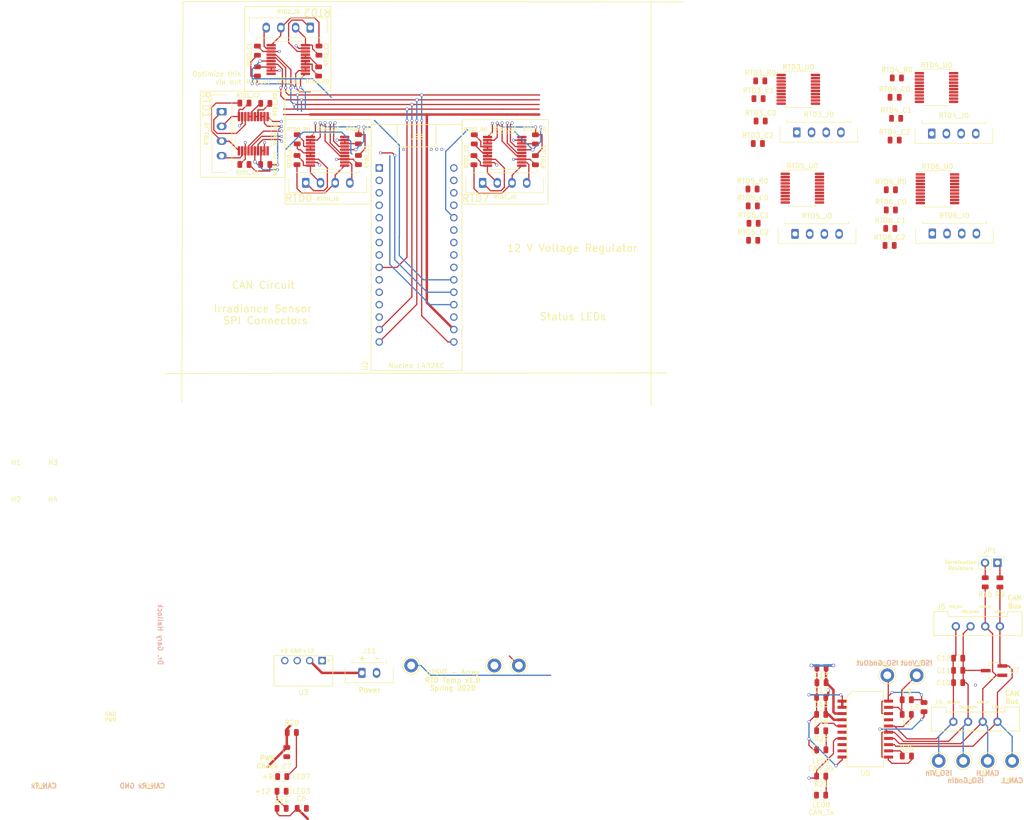
<source format=kicad_pcb>
(kicad_pcb (version 20171130) (host pcbnew 5.1.6-c6e7f7d~87~ubuntu18.04.1)
  (title_block (title "UT SVT MPPT 2018") (date 2018-10-31) (rev Rev1.2+) (company "UT Solar Vehicle Team") (comment 1 "See Schematic Rev3.1+."))
  (layers (0 F.Cu signal) (31 B.Cu signal) (34 B.Paste user) (35 F.Paste user) (36 B.SilkS user) (37 F.SilkS user) (38 B.Mask user) (39 F.Mask user) (44 Edge.Cuts user))
  (net 0 "")
  (net 1 GNDPWR)
  (net 2 +9VA)
  (net 3 "Net-(C9-Pad1)")
  (net 4 "Net-(C9-Pad2)")
  (net 5 "Net-(C10-Pad1)")
  (net 6 "Net-(C10-Pad2)")
  (net 7 +5V)
  (net 8 +3V3)
  (net 9 "Net-(J4-Pad4)")
  (net 10 "Net-(J4-Pad3)")
  (net 11 /CAN_Tx)
  (net 12 /CAN_Rx)
  (net 13 "Net-(U2-Pad1)")
  (net 14 "Net-(U2-Pad2)")
  (net 15 "Net-(U2-Pad10)")
  (net 16 "Net-(U2-Pad11)")
  (net 17 "Net-(U2-Pad12)")
  (net 18 "Net-(U2-Pad18)")
  (net 19 "Net-(U5-Pad6)")
  (net 20 "Net-(U5-Pad8)")
  (net 21 "Net-(U5-Pad9)")
  (net 22 "Net-(U5-Pad17)")
  (net 23 "Net-(R25-Pad1)")
  (net 24 GND)
  (net 25 +12V)
  (net 26 "Net-(JP1-Pad2)")
  (net 27 "Net-(JP1-Pad1)")
  (net 28 "Net-(LED3-Pad2)")
  (net 29 GNDREF)
  (net 30 "Net-(LED7-Pad2)")
  (net 31 "Net-(LED8-Pad2)")
  (net 32 "Net-(LED9-Pad2)")
  (net 33 "Net-(U2-Pad28)")
  (net 34 "Net-(U2-Pad3)")
  (net 35 "Net-(U2-Pad8)")
  (net 36 "Net-(U2-Pad7)")
  (net 37 "Net-(U2-Pad6)")
  (net 38 SDO)
  (net 39 CS_7)
  (net 40 CLK)
  (net 41 SDI)
  (net 42 DRDY)
  (net 43 CS_6)
  (net 44 CS_5)
  (net 45 CS_4)
  (net 46 CS_3)
  (net 47 CS_2)
  (net 48 CS_1)
  (net 49 CS_0)
  (net 50 "Net-(RTD0_C2-Pad1)")
  (net 51 "Net-(RTD0_C2-Pad2)")
  (net 52 "Net-(RTD0_J0-Pad1)")
  (net 53 "Net-(RTD0_J0-Pad4)")
  (net 54 "Net-(RTD0_R0-Pad1)")
  (net 55 "Net-(RTD0_R0-Pad2)")
  (net 56 "Net-(RTD0_U0-Pad20)")
  (net 57 "Net-(RTD1_C2-Pad2)")
  (net 58 "Net-(RTD1_C2-Pad1)")
  (net 59 "Net-(RTD1_J0-Pad4)")
  (net 60 "Net-(RTD1_J0-Pad1)")
  (net 61 "Net-(RTD1_R0-Pad2)")
  (net 62 "Net-(RTD1_R0-Pad1)")
  (net 63 "Net-(RTD1_U0-Pad20)")
  (net 64 "Net-(RTD2_C2-Pad2)")
  (net 65 "Net-(RTD2_C2-Pad1)")
  (net 66 "Net-(RTD2_J0-Pad4)")
  (net 67 "Net-(RTD2_J0-Pad1)")
  (net 68 "Net-(RTD2_R0-Pad2)")
  (net 69 "Net-(RTD2_R0-Pad1)")
  (net 70 "Net-(RTD2_U0-Pad20)")
  (net 71 "Net-(RTD7_C2-Pad2)")
  (net 72 "Net-(RTD7_C2-Pad1)")
  (net 73 "Net-(RTD7_J0-Pad4)")
  (net 74 "Net-(RTD7_J0-Pad1)")
  (net 75 "Net-(RTD7_R0-Pad2)")
  (net 76 "Net-(RTD7_R0-Pad1)")
  (net 77 "Net-(RTD7_U0-Pad20)")
  (net 78 "Net-(RTD3_C2-Pad2)")
  (net 79 "Net-(RTD3_C2-Pad1)")
  (net 80 "Net-(RTD3_J0-Pad4)")
  (net 81 "Net-(RTD3_J0-Pad1)")
  (net 82 "Net-(RTD3_R0-Pad2)")
  (net 83 "Net-(RTD3_R0-Pad1)")
  (net 84 "Net-(RTD3_U0-Pad20)")
  (net 85 "Net-(RTD4_C2-Pad2)")
  (net 86 "Net-(RTD4_C2-Pad1)")
  (net 87 "Net-(RTD4_J0-Pad4)")
  (net 88 "Net-(RTD4_J0-Pad1)")
  (net 89 "Net-(RTD4_R0-Pad2)")
  (net 90 "Net-(RTD4_R0-Pad1)")
  (net 91 "Net-(RTD4_U0-Pad20)")
  (net 92 "Net-(RTD5_C2-Pad2)")
  (net 93 "Net-(RTD5_C2-Pad1)")
  (net 94 "Net-(RTD5_J0-Pad4)")
  (net 95 "Net-(RTD5_J0-Pad1)")
  (net 96 "Net-(RTD5_R0-Pad2)")
  (net 97 "Net-(RTD5_R0-Pad1)")
  (net 98 "Net-(RTD5_U0-Pad20)")
  (net 99 "Net-(RTD6_C2-Pad2)")
  (net 100 "Net-(RTD6_C2-Pad1)")
  (net 101 "Net-(RTD6_J0-Pad4)")
  (net 102 "Net-(RTD6_J0-Pad1)")
  (net 103 "Net-(RTD6_R0-Pad2)")
  (net 104 "Net-(RTD6_R0-Pad1)")
  (net 105 "Net-(RTD6_U0-Pad20)")
  (module Package_SO:SSOP-20_5.3x7.2mm_P0.65mm (layer F.Cu) (at 247.95 57.69)
    (fp_text reference RTD6_U0 (at 0 -4.55) (layer F.SilkS))
    (fp_text value MAX31865xAP)
    (pad 20 smd roundrect (at 3.5 -2.925) (size 1.9 0.5) (layers F.Cu F.Paste F.Mask) (net 105 "Net-(RTD6_U0-Pad20)"))
    (pad 19 smd roundrect (at 3.5 -2.275) (size 1.9 0.5) (layers F.Cu F.Paste F.Mask) (net 24 GND))
    (pad 18 smd roundrect (at 3.5 -1.625) (size 1.9 0.5) (layers F.Cu F.Paste F.Mask) (net 24 GND))
    (pad 17 smd roundrect (at 3.5 -0.975) (size 1.9 0.5) (layers F.Cu F.Paste F.Mask) (net 38 SDO))
    (pad 16 smd roundrect (at 3.5 -0.325) (size 1.9 0.5) (layers F.Cu F.Paste F.Mask) (net 43 CS_6))
    (pad 15 smd roundrect (at 3.5 0.325) (size 1.9 0.5) (layers F.Cu F.Paste F.Mask) (net 40 CLK))
    (pad 14 smd roundrect (at 3.5 0.975) (size 1.9 0.5) (layers F.Cu F.Paste F.Mask) (net 41 SDI))
    (pad 13 smd roundrect (at 3.5 1.625) (size 1.9 0.5) (layers F.Cu F.Paste F.Mask) (net 24 GND))
    (pad 12 smd roundrect (at 3.5 2.275) (size 1.9 0.5) (layers F.Cu F.Paste F.Mask) (net 101 "Net-(RTD6_J0-Pad4)"))
    (pad 11 smd roundrect (at 3.5 2.925) (size 1.9 0.5) (layers F.Cu F.Paste F.Mask) (net 99 "Net-(RTD6_C2-Pad2)"))
    (pad 10 smd roundrect (at -3.5 2.925) (size 1.9 0.5) (layers F.Cu F.Paste F.Mask) (net 100 "Net-(RTD6_C2-Pad1)"))
    (pad 9 smd roundrect (at -3.5 2.275) (size 1.9 0.5) (layers F.Cu F.Paste F.Mask) (net 24 GND))
    (pad 8 smd roundrect (at -3.5 1.625) (size 1.9 0.5) (layers F.Cu F.Paste F.Mask) (net 102 "Net-(RTD6_J0-Pad1)"))
    (pad 7 smd roundrect (at -3.5 0.975) (size 1.9 0.5) (layers F.Cu F.Paste F.Mask) (net 103 "Net-(RTD6_R0-Pad2)"))
    (pad 6 smd roundrect (at -3.5 0.325) (size 1.9 0.5) (layers F.Cu F.Paste F.Mask) (net 103 "Net-(RTD6_R0-Pad2)"))
    (pad 5 smd roundrect (at -3.5 -0.325) (size 1.9 0.5) (layers F.Cu F.Paste F.Mask) (net 104 "Net-(RTD6_R0-Pad1)"))
    (pad 4 smd roundrect (at -3.5 -0.975) (size 1.9 0.5) (layers F.Cu F.Paste F.Mask) (net 104 "Net-(RTD6_R0-Pad1)"))
    (pad 3 smd roundrect (at -3.5 -1.625) (size 1.9 0.5) (layers F.Cu F.Paste F.Mask) (net 8 +3V3))
    (pad 2 smd roundrect (at -3.5 -2.275) (size 1.9 0.5) (layers F.Cu F.Paste F.Mask) (net 8 +3V3))
    (pad 1 smd roundrect (at -3.5 -2.925) (size 1.9 0.5) (layers F.Cu F.Paste F.Mask) (net 42 DRDY))
  )
  (module Resistor_SMD:R_0805_2012Metric (layer F.Cu) (at 238.425 57.89)
    (fp_text reference RTD6_R0 (at 0 -1.65) (layer F.SilkS))
    (fp_text value 400)
    (pad 2 smd roundrect (at 0.9375 0) (size 0.975 1.4) (layers F.Cu F.Paste F.Mask) (net 103 "Net-(RTD6_R0-Pad2)"))
    (pad 1 smd roundrect (at -0.9375 0) (size 0.975 1.4) (layers F.Cu F.Paste F.Mask) (net 104 "Net-(RTD6_R0-Pad1)"))
  )
  (module Connector_Molex:Molex_Micro-Fit_3.0_43650-0415_1x04_P3.00mm_Vertical (layer F.Cu) (at 246.9 66.84)
    (fp_text reference RTD6_J0 (at 4.5 -3.67) (layer F.SilkS))
    (fp_text value Conn_01x04)
    (pad 4 thru_hole oval (at 9 0) (size 1.5 2.02) (drill 1.02) (layers *.Cu *.Mask) (net 101 "Net-(RTD6_J0-Pad4)"))
    (pad 3 thru_hole oval (at 6 0) (size 1.5 2.02) (drill 1.02) (layers *.Cu *.Mask) (net 99 "Net-(RTD6_C2-Pad2)"))
    (pad 2 thru_hole oval (at 3 0) (size 1.5 2.02) (drill 1.02) (layers *.Cu *.Mask) (net 100 "Net-(RTD6_C2-Pad1)"))
    (pad 1 thru_hole roundrect (at 0 0) (size 1.5 2.02) (drill 1.02) (layers *.Cu *.Mask) (roundrect_rratio 0.166667) (net 102 "Net-(RTD6_J0-Pad1)"))
    (pad "" np_thru_hole circle (at 12 -1.96) (size 1.27 1.27) (drill 1.27) (layers *.Cu *.Mask))
    (pad "" np_thru_hole circle (at -3 -1.96) (size 1.27 1.27) (drill 1.27) (layers *.Cu *.Mask))
  )
  (module Capacitor_SMD:C_0805_2012Metric (layer F.Cu) (at 238.175 69.265)
    (fp_text reference RTD6_C2 (at 0 -1.65) (layer F.SilkS))
    (fp_text value 100nF)
    (pad 2 smd roundrect (at 0.9375 0) (size 0.975 1.4) (layers F.Cu F.Paste F.Mask) (net 99 "Net-(RTD6_C2-Pad2)"))
    (pad 1 smd roundrect (at -0.9375 0) (size 0.975 1.4) (layers F.Cu F.Paste F.Mask) (net 100 "Net-(RTD6_C2-Pad1)"))
  )
  (module Capacitor_SMD:C_0805_2012Metric (layer F.Cu) (at 238.3125 65.79)
    (fp_text reference RTD6_C1 (at 0 -1.65) (layer F.SilkS))
    (fp_text value 100nF)
    (pad 2 smd roundrect (at 0.9375 0) (size 0.975 1.4) (layers F.Cu F.Paste F.Mask) (net 24 GND))
    (pad 1 smd roundrect (at -0.9375 0) (size 0.975 1.4) (layers F.Cu F.Paste F.Mask) (net 8 +3V3))
  )
  (module Capacitor_SMD:C_0805_2012Metric (layer F.Cu) (at 238.425 62.015)
    (fp_text reference RTD6_C0 (at 0 -1.65) (layer F.SilkS))
    (fp_text value 100nF)
    (pad 2 smd roundrect (at 0.9375 0) (size 0.975 1.4) (layers F.Cu F.Paste F.Mask) (net 24 GND))
    (pad 1 smd roundrect (at -0.9375 0) (size 0.975 1.4) (layers F.Cu F.Paste F.Mask) (net 8 +3V3))
  )
  (module Package_SO:SSOP-20_5.3x7.2mm_P0.65mm (layer F.Cu) (at 220.35 57.565)
    (fp_text reference RTD5_U0 (at 0 -4.55) (layer F.SilkS))
    (fp_text value MAX31865xAP)
    (pad 20 smd roundrect (at 3.5 -2.925) (size 1.9 0.5) (layers F.Cu F.Paste F.Mask) (net 98 "Net-(RTD5_U0-Pad20)"))
    (pad 19 smd roundrect (at 3.5 -2.275) (size 1.9 0.5) (layers F.Cu F.Paste F.Mask) (net 24 GND))
    (pad 18 smd roundrect (at 3.5 -1.625) (size 1.9 0.5) (layers F.Cu F.Paste F.Mask) (net 24 GND))
    (pad 17 smd roundrect (at 3.5 -0.975) (size 1.9 0.5) (layers F.Cu F.Paste F.Mask) (net 38 SDO))
    (pad 16 smd roundrect (at 3.5 -0.325) (size 1.9 0.5) (layers F.Cu F.Paste F.Mask) (net 44 CS_5))
    (pad 15 smd roundrect (at 3.5 0.325) (size 1.9 0.5) (layers F.Cu F.Paste F.Mask) (net 40 CLK))
    (pad 14 smd roundrect (at 3.5 0.975) (size 1.9 0.5) (layers F.Cu F.Paste F.Mask) (net 41 SDI))
    (pad 13 smd roundrect (at 3.5 1.625) (size 1.9 0.5) (layers F.Cu F.Paste F.Mask) (net 24 GND))
    (pad 12 smd roundrect (at 3.5 2.275) (size 1.9 0.5) (layers F.Cu F.Paste F.Mask) (net 94 "Net-(RTD5_J0-Pad4)"))
    (pad 11 smd roundrect (at 3.5 2.925) (size 1.9 0.5) (layers F.Cu F.Paste F.Mask) (net 92 "Net-(RTD5_C2-Pad2)"))
    (pad 10 smd roundrect (at -3.5 2.925) (size 1.9 0.5) (layers F.Cu F.Paste F.Mask) (net 93 "Net-(RTD5_C2-Pad1)"))
    (pad 9 smd roundrect (at -3.5 2.275) (size 1.9 0.5) (layers F.Cu F.Paste F.Mask) (net 24 GND))
    (pad 8 smd roundrect (at -3.5 1.625) (size 1.9 0.5) (layers F.Cu F.Paste F.Mask) (net 95 "Net-(RTD5_J0-Pad1)"))
    (pad 7 smd roundrect (at -3.5 0.975) (size 1.9 0.5) (layers F.Cu F.Paste F.Mask) (net 96 "Net-(RTD5_R0-Pad2)"))
    (pad 6 smd roundrect (at -3.5 0.325) (size 1.9 0.5) (layers F.Cu F.Paste F.Mask) (net 96 "Net-(RTD5_R0-Pad2)"))
    (pad 5 smd roundrect (at -3.5 -0.325) (size 1.9 0.5) (layers F.Cu F.Paste F.Mask) (net 97 "Net-(RTD5_R0-Pad1)"))
    (pad 4 smd roundrect (at -3.5 -0.975) (size 1.9 0.5) (layers F.Cu F.Paste F.Mask) (net 97 "Net-(RTD5_R0-Pad1)"))
    (pad 3 smd roundrect (at -3.5 -1.625) (size 1.9 0.5) (layers F.Cu F.Paste F.Mask) (net 8 +3V3))
    (pad 2 smd roundrect (at -3.5 -2.275) (size 1.9 0.5) (layers F.Cu F.Paste F.Mask) (net 8 +3V3))
    (pad 1 smd roundrect (at -3.5 -2.925) (size 1.9 0.5) (layers F.Cu F.Paste F.Mask) (net 42 DRDY))
  )
  (module Resistor_SMD:R_0805_2012Metric (layer F.Cu) (at 210.175 57.74)
    (fp_text reference RTD5_R0 (at 0 -1.65) (layer F.SilkS))
    (fp_text value 400)
    (pad 2 smd roundrect (at 0.9375 0) (size 0.975 1.4) (layers F.Cu F.Paste F.Mask) (net 96 "Net-(RTD5_R0-Pad2)"))
    (pad 1 smd roundrect (at -0.9375 0) (size 0.975 1.4) (layers F.Cu F.Paste F.Mask) (net 97 "Net-(RTD5_R0-Pad1)"))
  )
  (module Connector_Molex:Molex_Micro-Fit_3.0_43650-0415_1x04_P3.00mm_Vertical (layer F.Cu) (at 218.85 66.915)
    (fp_text reference RTD5_J0 (at 4.5 -3.67) (layer F.SilkS))
    (fp_text value Conn_01x04)
    (pad 4 thru_hole oval (at 9 0) (size 1.5 2.02) (drill 1.02) (layers *.Cu *.Mask) (net 94 "Net-(RTD5_J0-Pad4)"))
    (pad 3 thru_hole oval (at 6 0) (size 1.5 2.02) (drill 1.02) (layers *.Cu *.Mask) (net 92 "Net-(RTD5_C2-Pad2)"))
    (pad 2 thru_hole oval (at 3 0) (size 1.5 2.02) (drill 1.02) (layers *.Cu *.Mask) (net 93 "Net-(RTD5_C2-Pad1)"))
    (pad 1 thru_hole roundrect (at 0 0) (size 1.5 2.02) (drill 1.02) (layers *.Cu *.Mask) (roundrect_rratio 0.166667) (net 95 "Net-(RTD5_J0-Pad1)"))
    (pad "" np_thru_hole circle (at 12 -1.96) (size 1.27 1.27) (drill 1.27) (layers *.Cu *.Mask))
    (pad "" np_thru_hole circle (at -3 -1.96) (size 1.27 1.27) (drill 1.27) (layers *.Cu *.Mask))
  )
  (module Capacitor_SMD:C_0805_2012Metric (layer F.Cu) (at 210.3 68.215)
    (fp_text reference RTD5_C2 (at 0 -1.65) (layer F.SilkS))
    (fp_text value 100nF)
    (pad 2 smd roundrect (at 0.9375 0) (size 0.975 1.4) (layers F.Cu F.Paste F.Mask) (net 92 "Net-(RTD5_C2-Pad2)"))
    (pad 1 smd roundrect (at -0.9375 0) (size 0.975 1.4) (layers F.Cu F.Paste F.Mask) (net 93 "Net-(RTD5_C2-Pad1)"))
  )
  (module Capacitor_SMD:C_0805_2012Metric (layer F.Cu) (at 210.3875 64.74)
    (fp_text reference RTD5_C1 (at 0 -1.65) (layer F.SilkS))
    (fp_text value 100nF)
    (pad 2 smd roundrect (at 0.9375 0) (size 0.975 1.4) (layers F.Cu F.Paste F.Mask) (net 24 GND))
    (pad 1 smd roundrect (at -0.9375 0) (size 0.975 1.4) (layers F.Cu F.Paste F.Mask) (net 8 +3V3))
  )
  (module Capacitor_SMD:C_0805_2012Metric (layer F.Cu) (at 210.225 61.19)
    (fp_text reference RTD5_C0 (at 0 -1.65) (layer F.SilkS))
    (fp_text value 100nF)
    (pad 2 smd roundrect (at 0.9375 0) (size 0.975 1.4) (layers F.Cu F.Paste F.Mask) (net 24 GND))
    (pad 1 smd roundrect (at -0.9375 0) (size 0.975 1.4) (layers F.Cu F.Paste F.Mask) (net 8 +3V3))
  )
  (module Package_SO:SSOP-20_5.3x7.2mm_P0.65mm (layer F.Cu) (at 247.75 36.99)
    (fp_text reference RTD4_U0 (at 0 -4.55) (layer F.SilkS))
    (fp_text value MAX31865xAP)
    (pad 20 smd roundrect (at 3.5 -2.925) (size 1.9 0.5) (layers F.Cu F.Paste F.Mask) (net 91 "Net-(RTD4_U0-Pad20)"))
    (pad 19 smd roundrect (at 3.5 -2.275) (size 1.9 0.5) (layers F.Cu F.Paste F.Mask) (net 24 GND))
    (pad 18 smd roundrect (at 3.5 -1.625) (size 1.9 0.5) (layers F.Cu F.Paste F.Mask) (net 24 GND))
    (pad 17 smd roundrect (at 3.5 -0.975) (size 1.9 0.5) (layers F.Cu F.Paste F.Mask) (net 38 SDO))
    (pad 16 smd roundrect (at 3.5 -0.325) (size 1.9 0.5) (layers F.Cu F.Paste F.Mask) (net 45 CS_4))
    (pad 15 smd roundrect (at 3.5 0.325) (size 1.9 0.5) (layers F.Cu F.Paste F.Mask) (net 40 CLK))
    (pad 14 smd roundrect (at 3.5 0.975) (size 1.9 0.5) (layers F.Cu F.Paste F.Mask) (net 41 SDI))
    (pad 13 smd roundrect (at 3.5 1.625) (size 1.9 0.5) (layers F.Cu F.Paste F.Mask) (net 24 GND))
    (pad 12 smd roundrect (at 3.5 2.275) (size 1.9 0.5) (layers F.Cu F.Paste F.Mask) (net 87 "Net-(RTD4_J0-Pad4)"))
    (pad 11 smd roundrect (at 3.5 2.925) (size 1.9 0.5) (layers F.Cu F.Paste F.Mask) (net 85 "Net-(RTD4_C2-Pad2)"))
    (pad 10 smd roundrect (at -3.5 2.925) (size 1.9 0.5) (layers F.Cu F.Paste F.Mask) (net 86 "Net-(RTD4_C2-Pad1)"))
    (pad 9 smd roundrect (at -3.5 2.275) (size 1.9 0.5) (layers F.Cu F.Paste F.Mask) (net 24 GND))
    (pad 8 smd roundrect (at -3.5 1.625) (size 1.9 0.5) (layers F.Cu F.Paste F.Mask) (net 88 "Net-(RTD4_J0-Pad1)"))
    (pad 7 smd roundrect (at -3.5 0.975) (size 1.9 0.5) (layers F.Cu F.Paste F.Mask) (net 89 "Net-(RTD4_R0-Pad2)"))
    (pad 6 smd roundrect (at -3.5 0.325) (size 1.9 0.5) (layers F.Cu F.Paste F.Mask) (net 89 "Net-(RTD4_R0-Pad2)"))
    (pad 5 smd roundrect (at -3.5 -0.325) (size 1.9 0.5) (layers F.Cu F.Paste F.Mask) (net 90 "Net-(RTD4_R0-Pad1)"))
    (pad 4 smd roundrect (at -3.5 -0.975) (size 1.9 0.5) (layers F.Cu F.Paste F.Mask) (net 90 "Net-(RTD4_R0-Pad1)"))
    (pad 3 smd roundrect (at -3.5 -1.625) (size 1.9 0.5) (layers F.Cu F.Paste F.Mask) (net 8 +3V3))
    (pad 2 smd roundrect (at -3.5 -2.275) (size 1.9 0.5) (layers F.Cu F.Paste F.Mask) (net 8 +3V3))
    (pad 1 smd roundrect (at -3.5 -2.925) (size 1.9 0.5) (layers F.Cu F.Paste F.Mask) (net 42 DRDY))
  )
  (module Resistor_SMD:R_0805_2012Metric (layer F.Cu) (at 239.65 35.04)
    (fp_text reference RTD4_R0 (at 0 -1.65) (layer F.SilkS))
    (fp_text value 400)
    (pad 2 smd roundrect (at 0.9375 0) (size 0.975 1.4) (layers F.Cu F.Paste F.Mask) (net 89 "Net-(RTD4_R0-Pad2)"))
    (pad 1 smd roundrect (at -0.9375 0) (size 0.975 1.4) (layers F.Cu F.Paste F.Mask) (net 90 "Net-(RTD4_R0-Pad1)"))
  )
  (module Connector_Molex:Molex_Micro-Fit_3.0_43650-0415_1x04_P3.00mm_Vertical (layer F.Cu) (at 246.775 46.415)
    (fp_text reference RTD4_J0 (at 4.5 -3.67) (layer F.SilkS))
    (fp_text value Conn_01x04)
    (pad 4 thru_hole oval (at 9 0) (size 1.5 2.02) (drill 1.02) (layers *.Cu *.Mask) (net 87 "Net-(RTD4_J0-Pad4)"))
    (pad 3 thru_hole oval (at 6 0) (size 1.5 2.02) (drill 1.02) (layers *.Cu *.Mask) (net 85 "Net-(RTD4_C2-Pad2)"))
    (pad 2 thru_hole oval (at 3 0) (size 1.5 2.02) (drill 1.02) (layers *.Cu *.Mask) (net 86 "Net-(RTD4_C2-Pad1)"))
    (pad 1 thru_hole roundrect (at 0 0) (size 1.5 2.02) (drill 1.02) (layers *.Cu *.Mask) (roundrect_rratio 0.166667) (net 88 "Net-(RTD4_J0-Pad1)"))
    (pad "" np_thru_hole circle (at 12 -1.96) (size 1.27 1.27) (drill 1.27) (layers *.Cu *.Mask))
    (pad "" np_thru_hole circle (at -3 -1.96) (size 1.27 1.27) (drill 1.27) (layers *.Cu *.Mask))
  )
  (module Capacitor_SMD:C_0805_2012Metric (layer F.Cu) (at 239.2 47.74)
    (fp_text reference RTD4_C2 (at 0 -1.65) (layer F.SilkS))
    (fp_text value 100nF)
    (pad 2 smd roundrect (at 0.9375 0) (size 0.975 1.4) (layers F.Cu F.Paste F.Mask) (net 85 "Net-(RTD4_C2-Pad2)"))
    (pad 1 smd roundrect (at -0.9375 0) (size 0.975 1.4) (layers F.Cu F.Paste F.Mask) (net 86 "Net-(RTD4_C2-Pad1)"))
  )
  (module Capacitor_SMD:C_0805_2012Metric (layer F.Cu) (at 239.5 43.29)
    (fp_text reference RTD4_C1 (at 0 -1.65) (layer F.SilkS))
    (fp_text value 100nF)
    (pad 2 smd roundrect (at 0.9375 0) (size 0.975 1.4) (layers F.Cu F.Paste F.Mask) (net 24 GND))
    (pad 1 smd roundrect (at -0.9375 0) (size 0.975 1.4) (layers F.Cu F.Paste F.Mask) (net 8 +3V3))
  )
  (module Capacitor_SMD:C_0805_2012Metric (layer F.Cu) (at 239.2 38.99)
    (fp_text reference RTD4_C0 (at 0 -1.65) (layer F.SilkS))
    (fp_text value 100nF)
    (pad 2 smd roundrect (at 0.9375 0) (size 0.975 1.4) (layers F.Cu F.Paste F.Mask) (net 24 GND))
    (pad 1 smd roundrect (at -0.9375 0) (size 0.975 1.4) (layers F.Cu F.Paste F.Mask) (net 8 +3V3))
  )
  (module Package_SO:SSOP-20_5.3x7.2mm_P0.65mm (layer F.Cu) (at 219.525 37.365)
    (fp_text reference RTD3_U0 (at 0 -4.55) (layer F.SilkS))
    (fp_text value MAX31865xAP)
    (pad 20 smd roundrect (at 3.5 -2.925) (size 1.9 0.5) (layers F.Cu F.Paste F.Mask) (net 84 "Net-(RTD3_U0-Pad20)"))
    (pad 19 smd roundrect (at 3.5 -2.275) (size 1.9 0.5) (layers F.Cu F.Paste F.Mask) (net 24 GND))
    (pad 18 smd roundrect (at 3.5 -1.625) (size 1.9 0.5) (layers F.Cu F.Paste F.Mask) (net 24 GND))
    (pad 17 smd roundrect (at 3.5 -0.975) (size 1.9 0.5) (layers F.Cu F.Paste F.Mask) (net 38 SDO))
    (pad 16 smd roundrect (at 3.5 -0.325) (size 1.9 0.5) (layers F.Cu F.Paste F.Mask) (net 46 CS_3))
    (pad 15 smd roundrect (at 3.5 0.325) (size 1.9 0.5) (layers F.Cu F.Paste F.Mask) (net 40 CLK))
    (pad 14 smd roundrect (at 3.5 0.975) (size 1.9 0.5) (layers F.Cu F.Paste F.Mask) (net 41 SDI))
    (pad 13 smd roundrect (at 3.5 1.625) (size 1.9 0.5) (layers F.Cu F.Paste F.Mask) (net 24 GND))
    (pad 12 smd roundrect (at 3.5 2.275) (size 1.9 0.5) (layers F.Cu F.Paste F.Mask) (net 80 "Net-(RTD3_J0-Pad4)"))
    (pad 11 smd roundrect (at 3.5 2.925) (size 1.9 0.5) (layers F.Cu F.Paste F.Mask) (net 78 "Net-(RTD3_C2-Pad2)"))
    (pad 10 smd roundrect (at -3.5 2.925) (size 1.9 0.5) (layers F.Cu F.Paste F.Mask) (net 79 "Net-(RTD3_C2-Pad1)"))
    (pad 9 smd roundrect (at -3.5 2.275) (size 1.9 0.5) (layers F.Cu F.Paste F.Mask) (net 24 GND))
    (pad 8 smd roundrect (at -3.5 1.625) (size 1.9 0.5) (layers F.Cu F.Paste F.Mask) (net 81 "Net-(RTD3_J0-Pad1)"))
    (pad 7 smd roundrect (at -3.5 0.975) (size 1.9 0.5) (layers F.Cu F.Paste F.Mask) (net 82 "Net-(RTD3_R0-Pad2)"))
    (pad 6 smd roundrect (at -3.5 0.325) (size 1.9 0.5) (layers F.Cu F.Paste F.Mask) (net 82 "Net-(RTD3_R0-Pad2)"))
    (pad 5 smd roundrect (at -3.5 -0.325) (size 1.9 0.5) (layers F.Cu F.Paste F.Mask) (net 83 "Net-(RTD3_R0-Pad1)"))
    (pad 4 smd roundrect (at -3.5 -0.975) (size 1.9 0.5) (layers F.Cu F.Paste F.Mask) (net 83 "Net-(RTD3_R0-Pad1)"))
    (pad 3 smd roundrect (at -3.5 -1.625) (size 1.9 0.5) (layers F.Cu F.Paste F.Mask) (net 8 +3V3))
    (pad 2 smd roundrect (at -3.5 -2.275) (size 1.9 0.5) (layers F.Cu F.Paste F.Mask) (net 8 +3V3))
    (pad 1 smd roundrect (at -3.5 -2.925) (size 1.9 0.5) (layers F.Cu F.Paste F.Mask) (net 42 DRDY))
  )
  (module Resistor_SMD:R_0805_2012Metric (layer F.Cu) (at 211.75 35.64)
    (fp_text reference RTD3_R0 (at 0 -1.65) (layer F.SilkS))
    (fp_text value 400)
    (pad 2 smd roundrect (at 0.9375 0) (size 0.975 1.4) (layers F.Cu F.Paste F.Mask) (net 82 "Net-(RTD3_R0-Pad2)"))
    (pad 1 smd roundrect (at -0.9375 0) (size 0.975 1.4) (layers F.Cu F.Paste F.Mask) (net 83 "Net-(RTD3_R0-Pad1)"))
  )
  (module Connector_Molex:Molex_Micro-Fit_3.0_43650-0415_1x04_P3.00mm_Vertical (layer F.Cu) (at 219.225 46.165)
    (fp_text reference RTD3_J0 (at 4.5 -3.67) (layer F.SilkS))
    (fp_text value Conn_01x04)
    (pad 4 thru_hole oval (at 9 0) (size 1.5 2.02) (drill 1.02) (layers *.Cu *.Mask) (net 80 "Net-(RTD3_J0-Pad4)"))
    (pad 3 thru_hole oval (at 6 0) (size 1.5 2.02) (drill 1.02) (layers *.Cu *.Mask) (net 78 "Net-(RTD3_C2-Pad2)"))
    (pad 2 thru_hole oval (at 3 0) (size 1.5 2.02) (drill 1.02) (layers *.Cu *.Mask) (net 79 "Net-(RTD3_C2-Pad1)"))
    (pad 1 thru_hole roundrect (at 0 0) (size 1.5 2.02) (drill 1.02) (layers *.Cu *.Mask) (roundrect_rratio 0.166667) (net 81 "Net-(RTD3_J0-Pad1)"))
    (pad "" np_thru_hole circle (at 12 -1.96) (size 1.27 1.27) (drill 1.27) (layers *.Cu *.Mask))
    (pad "" np_thru_hole circle (at -3 -1.96) (size 1.27 1.27) (drill 1.27) (layers *.Cu *.Mask))
  )
  (module Capacitor_SMD:C_0805_2012Metric (layer F.Cu) (at 211.2625 48.44)
    (fp_text reference RTD3_C2 (at 0 -1.65) (layer F.SilkS))
    (fp_text value 100nF)
    (pad 2 smd roundrect (at 0.9375 0) (size 0.975 1.4) (layers F.Cu F.Paste F.Mask) (net 78 "Net-(RTD3_C2-Pad2)"))
    (pad 1 smd roundrect (at -0.9375 0) (size 0.975 1.4) (layers F.Cu F.Paste F.Mask) (net 79 "Net-(RTD3_C2-Pad1)"))
  )
  (module Capacitor_SMD:C_0805_2012Metric (layer F.Cu) (at 211.8375 43.84)
    (fp_text reference RTD3_C0 (at 0 -1.65) (layer F.SilkS))
    (fp_text value 100nF)
    (pad 2 smd roundrect (at 0.9375 0) (size 0.975 1.4) (layers F.Cu F.Paste F.Mask) (net 24 GND))
    (pad 1 smd roundrect (at -0.9375 0) (size 0.975 1.4) (layers F.Cu F.Paste F.Mask) (net 8 +3V3))
  )
  (module Capacitor_SMD:C_0805_2012Metric (layer F.Cu) (at 211.4 39.265)
    (fp_text reference RTD3_C1 (at 0 -1.65) (layer F.SilkS))
    (fp_text value 100nF)
    (pad 2 smd roundrect (at 0.9375 0) (size 0.975 1.4) (layers F.Cu F.Paste F.Mask) (net 24 GND))
    (pad 1 smd roundrect (at -0.9375 0) (size 0.975 1.4) (layers F.Cu F.Paste F.Mask) (net 8 +3V3))
  )
  (module UTSVT_Special:NucleoL432KC (layer F.Cu) (at 141.55 71.215 270)
    (fp_text reference U2 (at 22.65 10.469 270) (layer F.SilkS))
    (fp_text value Nucleo_L432KC)
    (fp_text user "Nucleo L432KC" (at 22.65 -0.031) (layer F.SilkS))
    (fp_text user USB (at -24.13 0) (layer F.SilkS))
    (pad 30 thru_hole circle (at -17.78 -7.62 270) (size 1.524 1.524) (drill 1.02108) (layers *.Cu *.Mask) (net 2 +9VA))
    (pad 29 thru_hole circle (at -15.24 -7.62 270) (size 1.524 1.524) (drill 1.02108) (layers *.Cu *.Mask) (net 24 GND))
    (pad 28 thru_hole circle (at -12.7 -7.62 270) (size 1.524 1.524) (drill 1.02108) (layers *.Cu *.Mask) (net 33 "Net-(U2-Pad28)"))
    (pad 27 thru_hole circle (at -10.16 -7.62 270) (size 1.524 1.524) (drill 1.02108) (layers *.Cu *.Mask) (net 7 +5V))
    (pad 26 thru_hole circle (at -7.62 -7.62 270) (size 1.524 1.524) (drill 1.02108) (layers *.Cu *.Mask) (net 39 CS_7))
    (pad 25 thru_hole circle (at -5.08 -7.62 270) (size 1.524 1.524) (drill 1.02108) (layers *.Cu *.Mask) (net 43 CS_6))
    (pad 24 thru_hole circle (at -2.54 -7.62 270) (size 1.524 1.524) (drill 1.02108) (layers *.Cu *.Mask) (net 44 CS_5))
    (pad 23 thru_hole circle (at 0 -7.62 270) (size 1.524 1.524) (drill 1.02108) (layers *.Cu *.Mask) (net 45 CS_4))
    (pad 22 thru_hole circle (at 2.54 -7.62 270) (size 1.524 1.524) (drill 1.02108) (layers *.Cu *.Mask) (net 46 CS_3))
    (pad 21 thru_hole circle (at 5.08 -7.62 270) (size 1.524 1.524) (drill 1.02108) (layers *.Cu *.Mask) (net 47 CS_2))
    (pad 20 thru_hole circle (at 7.62 -7.62 270) (size 1.524 1.524) (drill 1.02108) (layers *.Cu *.Mask) (net 48 CS_1))
    (pad 19 thru_hole circle (at 10.16 -7.62 270) (size 1.524 1.524) (drill 1.02108) (layers *.Cu *.Mask) (net 49 CS_0))
    (pad 18 thru_hole circle (at 12.7 -7.62 270) (size 1.524 1.524) (drill 1.02108) (layers *.Cu *.Mask) (net 18 "Net-(U2-Pad18)"))
    (pad 17 thru_hole circle (at 15.24 -7.62 270) (size 1.524 1.524) (drill 1.02108) (layers *.Cu *.Mask) (net 8 +3V3))
    (pad 16 thru_hole circle (at 17.78 -7.62 270) (size 1.524 1.524) (drill 1.02108) (layers *.Cu *.Mask) (net 40 CLK))
    (pad 15 thru_hole circle (at 17.78 7.62 270) (size 1.524 1.524) (drill 1.02108) (layers *.Cu *.Mask) (net 38 SDO))
    (pad 14 thru_hole circle (at 15.24 7.62 270) (size 1.524 1.524) (drill 1.02108) (layers *.Cu *.Mask) (net 41 SDI))
    (pad 13 thru_hole circle (at 12.7 7.62 270) (size 1.524 1.524) (drill 1.02108) (layers *.Cu *.Mask) (net 12 /CAN_Rx))
    (pad 12 thru_hole circle (at 10.16 7.62 270) (size 1.524 1.524) (drill 1.02108) (layers *.Cu *.Mask) (net 17 "Net-(U2-Pad12)"))
    (pad 11 thru_hole circle (at 7.62 7.62 270) (size 1.524 1.524) (drill 1.02108) (layers *.Cu *.Mask) (net 16 "Net-(U2-Pad11)"))
    (pad 10 thru_hole circle (at 5.08 7.62 270) (size 1.524 1.524) (drill 1.02108) (layers *.Cu *.Mask) (net 15 "Net-(U2-Pad10)"))
    (pad 9 thru_hole circle (at 2.54 7.62 270) (size 1.524 1.524) (drill 1.02108) (layers *.Cu *.Mask) (net 42 DRDY))
    (pad 8 thru_hole circle (at 0 7.62 270) (size 1.524 1.524) (drill 1.02108) (layers *.Cu *.Mask) (net 35 "Net-(U2-Pad8)"))
    (pad 7 thru_hole circle (at -2.54 7.62 270) (size 1.524 1.524) (drill 1.02108) (layers *.Cu *.Mask) (net 36 "Net-(U2-Pad7)"))
    (pad 6 thru_hole circle (at -5.08 7.62 270) (size 1.524 1.524) (drill 1.02108) (layers *.Cu *.Mask) (net 37 "Net-(U2-Pad6)"))
    (pad 5 thru_hole circle (at -7.62 7.62 270) (size 1.524 1.524) (drill 1.02108) (layers *.Cu *.Mask) (net 11 /CAN_Tx))
    (pad 4 thru_hole circle (at -10.16 7.62 270) (size 1.524 1.524) (drill 1.02108) (layers *.Cu *.Mask) (net 24 GND))
    (pad 3 thru_hole circle (at -12.7 7.62 270) (size 1.524 1.524) (drill 1.02108) (layers *.Cu *.Mask) (net 34 "Net-(U2-Pad3)"))
    (pad 2 thru_hole circle (at -15.24 7.62 270) (size 1.524 1.524) (drill 1.02108) (layers *.Cu *.Mask) (net 14 "Net-(U2-Pad2)"))
    (pad 1 thru_hole rect (at -17.78 7.62 270) (size 1.524 1.524) (drill 1.02108) (layers *.Cu *.Mask) (net 13 "Net-(U2-Pad1)"))
  )
  (module Package_SO:SSOP-20_5.3x7.2mm_P0.65mm (layer F.Cu) (at 159.55 50.04)
    (fp_text reference RTD7_U0 (at 0 -4.55) (layer F.SilkS) (effects (font (size 0.75 0.75))))
    (fp_text value MAX31865xAP)
    (pad 20 smd roundrect (at 3.5 -2.925) (size 1.9 0.5) (layers F.Cu F.Paste F.Mask) (net 77 "Net-(RTD7_U0-Pad20)"))
    (pad 19 smd roundrect (at 3.5 -2.275) (size 1.9 0.5) (layers F.Cu F.Paste F.Mask) (net 24 GND))
    (pad 18 smd roundrect (at 3.5 -1.625) (size 1.9 0.5) (layers F.Cu F.Paste F.Mask) (net 24 GND))
    (pad 17 smd roundrect (at 3.5 -0.975) (size 1.9 0.5) (layers F.Cu F.Paste F.Mask) (net 38 SDO))
    (pad 16 smd roundrect (at 3.5 -0.325) (size 1.9 0.5) (layers F.Cu F.Paste F.Mask) (net 39 CS_7))
    (pad 15 smd roundrect (at 3.5 0.325) (size 1.9 0.5) (layers F.Cu F.Paste F.Mask) (net 40 CLK))
    (pad 14 smd roundrect (at 3.5 0.975) (size 1.9 0.5) (layers F.Cu F.Paste F.Mask) (net 41 SDI))
    (pad 13 smd roundrect (at 3.5 1.625) (size 1.9 0.5) (layers F.Cu F.Paste F.Mask) (net 24 GND))
    (pad 12 smd roundrect (at 3.5 2.275) (size 1.9 0.5) (layers F.Cu F.Paste F.Mask) (net 73 "Net-(RTD7_J0-Pad4)"))
    (pad 11 smd roundrect (at 3.5 2.925) (size 1.9 0.5) (layers F.Cu F.Paste F.Mask) (net 71 "Net-(RTD7_C2-Pad2)"))
    (pad 10 smd roundrect (at -3.5 2.925) (size 1.9 0.5) (layers F.Cu F.Paste F.Mask) (net 72 "Net-(RTD7_C2-Pad1)"))
    (pad 9 smd roundrect (at -3.5 2.275) (size 1.9 0.5) (layers F.Cu F.Paste F.Mask) (net 24 GND))
    (pad 8 smd roundrect (at -3.5 1.625) (size 1.9 0.5) (layers F.Cu F.Paste F.Mask) (net 74 "Net-(RTD7_J0-Pad1)"))
    (pad 7 smd roundrect (at -3.5 0.975) (size 1.9 0.5) (layers F.Cu F.Paste F.Mask) (net 75 "Net-(RTD7_R0-Pad2)"))
    (pad 6 smd roundrect (at -3.5 0.325) (size 1.9 0.5) (layers F.Cu F.Paste F.Mask) (net 75 "Net-(RTD7_R0-Pad2)"))
    (pad 5 smd roundrect (at -3.5 -0.325) (size 1.9 0.5) (layers F.Cu F.Paste F.Mask) (net 76 "Net-(RTD7_R0-Pad1)"))
    (pad 4 smd roundrect (at -3.5 -0.975) (size 1.9 0.5) (layers F.Cu F.Paste F.Mask) (net 76 "Net-(RTD7_R0-Pad1)"))
    (pad 3 smd roundrect (at -3.5 -1.625) (size 1.9 0.5) (layers F.Cu F.Paste F.Mask) (net 8 +3V3))
    (pad 2 smd roundrect (at -3.5 -2.275) (size 1.9 0.5) (layers F.Cu F.Paste F.Mask) (net 8 +3V3))
    (pad 1 smd roundrect (at -3.5 -2.925) (size 1.9 0.5) (layers F.Cu F.Paste F.Mask) (net 42 DRDY))
  )
  (module Resistor_SMD:R_0805_2012Metric (layer F.Cu) (at 153.35 47.59 270)
    (fp_text reference RTD7_R0 (at -2 -0.25 180) (layer F.SilkS) (effects (font (size 0.75 0.75))))
    (fp_text value 400)
    (pad 2 smd roundrect (at 0.9375 0 270) (size 0.975 1.4) (layers F.Cu F.Paste F.Mask) (net 75 "Net-(RTD7_R0-Pad2)"))
    (pad 1 smd roundrect (at -0.9375 0 270) (size 0.975 1.4) (layers F.Cu F.Paste F.Mask) (net 76 "Net-(RTD7_R0-Pad1)"))
  )
  (module Connector_Molex:Molex_Micro-Fit_3.0_43650-0415_1x04_P3.00mm_Vertical (layer F.Cu) (at 155.05 56.49)
    (fp_text reference RTD7_J0 (at 4.525 2.875) (layer F.SilkS) (effects (font (size 0.75 0.75))))
    (fp_text value Conn_01x04)
    (pad 4 thru_hole oval (at 9 0) (size 1.5 2.02) (drill 1.02) (layers *.Cu *.Mask) (net 73 "Net-(RTD7_J0-Pad4)"))
    (pad 3 thru_hole oval (at 6 0) (size 1.5 2.02) (drill 1.02) (layers *.Cu *.Mask) (net 71 "Net-(RTD7_C2-Pad2)"))
    (pad 2 thru_hole oval (at 3 0) (size 1.5 2.02) (drill 1.02) (layers *.Cu *.Mask) (net 72 "Net-(RTD7_C2-Pad1)"))
    (pad 1 thru_hole roundrect (at 0 0) (size 1.5 2.02) (drill 1.02) (layers *.Cu *.Mask) (roundrect_rratio 0.166667) (net 74 "Net-(RTD7_J0-Pad1)"))
    (pad "" np_thru_hole circle (at 12 -1.96) (size 1.27 1.27) (drill 1.27) (layers *.Cu *.Mask))
    (pad "" np_thru_hole circle (at -3 -1.96) (size 1.27 1.27) (drill 1.27) (layers *.Cu *.Mask))
  )
  (module Capacitor_SMD:C_0805_2012Metric (layer F.Cu) (at 153.275 51.84 270)
    (fp_text reference RTD7_C2 (at -0.75 1.525 90) (layer F.SilkS) (effects (font (size 0.75 0.75))))
    (fp_text value 100nF)
    (pad 2 smd roundrect (at 0.9375 0 270) (size 0.975 1.4) (layers F.Cu F.Paste F.Mask) (net 71 "Net-(RTD7_C2-Pad2)"))
    (pad 1 smd roundrect (at -0.9375 0 270) (size 0.975 1.4) (layers F.Cu F.Paste F.Mask) (net 72 "Net-(RTD7_C2-Pad1)"))
  )
  (module Capacitor_SMD:C_0805_2012Metric (layer F.Cu) (at 165.83 51.85 270)
    (fp_text reference RTD7_C1 (at -0.66 -1.67 90) (layer F.SilkS) (effects (font (size 0.75 0.75))))
    (fp_text value 100nF)
    (pad 2 smd roundrect (at 0.9375 0 270) (size 0.975 1.4) (layers F.Cu F.Paste F.Mask) (net 24 GND))
    (pad 1 smd roundrect (at -0.9375 0 270) (size 0.975 1.4) (layers F.Cu F.Paste F.Mask) (net 8 +3V3))
  )
  (module Capacitor_SMD:C_0805_2012Metric (layer F.Cu) (at 165.833214 47.595717 270)
    (fp_text reference RTD7_C0 (at -2.105717 0.183214 180) (layer F.SilkS) (effects (font (size 0.75 0.75))))
    (fp_text value 100nF)
    (pad 2 smd roundrect (at 0.9375 0 270) (size 0.975 1.4) (layers F.Cu F.Paste F.Mask) (net 24 GND))
    (pad 1 smd roundrect (at -0.9375 0 270) (size 0.975 1.4) (layers F.Cu F.Paste F.Mask) (net 8 +3V3))
  )
  (module Package_SO:SSOP-20_5.3x7.2mm_P0.65mm (layer F.Cu) (at 115.35 31.265 180)
    (fp_text reference RTD2_U0 (at 0 -4.55) (layer F.SilkS) (effects (font (size 0.75 0.75))))
    (fp_text value MAX31865xAP)
    (pad 20 smd roundrect (at 3.5 -2.925 180) (size 1.9 0.5) (layers F.Cu F.Paste F.Mask) (net 70 "Net-(RTD2_U0-Pad20)"))
    (pad 19 smd roundrect (at 3.5 -2.275 180) (size 1.9 0.5) (layers F.Cu F.Paste F.Mask) (net 24 GND))
    (pad 18 smd roundrect (at 3.5 -1.625 180) (size 1.9 0.5) (layers F.Cu F.Paste F.Mask) (net 24 GND))
    (pad 17 smd roundrect (at 3.5 -0.975 180) (size 1.9 0.5) (layers F.Cu F.Paste F.Mask) (net 38 SDO))
    (pad 16 smd roundrect (at 3.5 -0.325 180) (size 1.9 0.5) (layers F.Cu F.Paste F.Mask) (net 47 CS_2))
    (pad 15 smd roundrect (at 3.5 0.325 180) (size 1.9 0.5) (layers F.Cu F.Paste F.Mask) (net 40 CLK))
    (pad 14 smd roundrect (at 3.5 0.975 180) (size 1.9 0.5) (layers F.Cu F.Paste F.Mask) (net 41 SDI))
    (pad 13 smd roundrect (at 3.5 1.625 180) (size 1.9 0.5) (layers F.Cu F.Paste F.Mask) (net 24 GND))
    (pad 12 smd roundrect (at 3.5 2.275 180) (size 1.9 0.5) (layers F.Cu F.Paste F.Mask) (net 66 "Net-(RTD2_J0-Pad4)"))
    (pad 11 smd roundrect (at 3.5 2.925 180) (size 1.9 0.5) (layers F.Cu F.Paste F.Mask) (net 64 "Net-(RTD2_C2-Pad2)"))
    (pad 10 smd roundrect (at -3.5 2.925 180) (size 1.9 0.5) (layers F.Cu F.Paste F.Mask) (net 65 "Net-(RTD2_C2-Pad1)"))
    (pad 9 smd roundrect (at -3.5 2.275 180) (size 1.9 0.5) (layers F.Cu F.Paste F.Mask) (net 24 GND))
    (pad 8 smd roundrect (at -3.5 1.625 180) (size 1.9 0.5) (layers F.Cu F.Paste F.Mask) (net 67 "Net-(RTD2_J0-Pad1)"))
    (pad 7 smd roundrect (at -3.5 0.975 180) (size 1.9 0.5) (layers F.Cu F.Paste F.Mask) (net 68 "Net-(RTD2_R0-Pad2)"))
    (pad 6 smd roundrect (at -3.5 0.325 180) (size 1.9 0.5) (layers F.Cu F.Paste F.Mask) (net 68 "Net-(RTD2_R0-Pad2)"))
    (pad 5 smd roundrect (at -3.5 -0.325 180) (size 1.9 0.5) (layers F.Cu F.Paste F.Mask) (net 69 "Net-(RTD2_R0-Pad1)"))
    (pad 4 smd roundrect (at -3.5 -0.975 180) (size 1.9 0.5) (layers F.Cu F.Paste F.Mask) (net 69 "Net-(RTD2_R0-Pad1)"))
    (pad 3 smd roundrect (at -3.5 -1.625 180) (size 1.9 0.5) (layers F.Cu F.Paste F.Mask) (net 8 +3V3))
    (pad 2 smd roundrect (at -3.5 -2.275 180) (size 1.9 0.5) (layers F.Cu F.Paste F.Mask) (net 8 +3V3))
    (pad 1 smd roundrect (at -3.5 -2.925 180) (size 1.9 0.5) (layers F.Cu F.Paste F.Mask) (net 42 DRDY))
  )
  (module Resistor_SMD:R_0805_2012Metric (layer F.Cu) (at 121.55 33.715 90)
    (fp_text reference RTD2_R0 (at -2 -0.25 180) (layer F.SilkS) (effects (font (size 0.75 0.75))))
    (fp_text value 400)
    (pad 2 smd roundrect (at 0.9375 0 90) (size 0.975 1.4) (layers F.Cu F.Paste F.Mask) (net 68 "Net-(RTD2_R0-Pad2)"))
    (pad 1 smd roundrect (at -0.9375 0 90) (size 0.975 1.4) (layers F.Cu F.Paste F.Mask) (net 69 "Net-(RTD2_R0-Pad1)"))
  )
  (module Connector_Molex:Molex_Micro-Fit_3.0_43650-0415_1x04_P3.00mm_Vertical (layer F.Cu) (at 119.85 24.765 180)
    (fp_text reference RTD2_J0 (at 4.475 3.25) (layer F.SilkS) (effects (font (size 0.75 0.75))))
    (fp_text value Conn_01x04)
    (pad "" np_thru_hole circle (at -3 -1.96 180) (size 1.27 1.27) (drill 1.27) (layers *.Cu *.Mask))
    (pad "" np_thru_hole circle (at 12 -1.96 180) (size 1.27 1.27) (drill 1.27) (layers *.Cu *.Mask))
    (pad 1 thru_hole roundrect (at 0 0 180) (size 1.5 2.02) (drill 1.02) (layers *.Cu *.Mask) (roundrect_rratio 0.166667) (net 67 "Net-(RTD2_J0-Pad1)"))
    (pad 2 thru_hole oval (at 3 0 180) (size 1.5 2.02) (drill 1.02) (layers *.Cu *.Mask) (net 65 "Net-(RTD2_C2-Pad1)"))
    (pad 3 thru_hole oval (at 6 0 180) (size 1.5 2.02) (drill 1.02) (layers *.Cu *.Mask) (net 64 "Net-(RTD2_C2-Pad2)"))
    (pad 4 thru_hole oval (at 9 0 180) (size 1.5 2.02) (drill 1.02) (layers *.Cu *.Mask) (net 66 "Net-(RTD2_J0-Pad4)"))
  )
  (module Capacitor_SMD:C_0805_2012Metric (layer F.Cu) (at 121.616786 29.459281 90)
    (fp_text reference RTD2_C2 (at -0.755719 1.533214 90) (layer F.SilkS) (effects (font (size 0.75 0.75))))
    (fp_text value 100nF)
    (pad 2 smd roundrect (at 0.9375 0 90) (size 0.975 1.4) (layers F.Cu F.Paste F.Mask) (net 64 "Net-(RTD2_C2-Pad2)"))
    (pad 1 smd roundrect (at -0.9375 0 90) (size 0.975 1.4) (layers F.Cu F.Paste F.Mask) (net 65 "Net-(RTD2_C2-Pad1)"))
  )
  (module Capacitor_SMD:C_0805_2012Metric (layer F.Cu) (at 109.05 29.465 90)
    (fp_text reference RTD2_C1 (at -0.75 -1.6 90) (layer F.SilkS) (effects (font (size 0.75 0.75))))
    (fp_text value 100nF)
    (pad 2 smd roundrect (at 0.9375 0 90) (size 0.975 1.4) (layers F.Cu F.Paste F.Mask) (net 24 GND))
    (pad 1 smd roundrect (at -0.9375 0 90) (size 0.975 1.4) (layers F.Cu F.Paste F.Mask) (net 8 +3V3))
  )
  (module Capacitor_SMD:C_0805_2012Metric (layer F.Cu) (at 109.05 33.7025 90)
    (fp_text reference RTD2_C0 (at -2.1125 0.2 180) (layer F.SilkS) (effects (font (size 0.75 0.75))))
    (fp_text value 100nF)
    (pad 2 smd roundrect (at 0.9375 0 90) (size 0.975 1.4) (layers F.Cu F.Paste F.Mask) (net 24 GND))
    (pad 1 smd roundrect (at -0.9375 0 90) (size 0.975 1.4) (layers F.Cu F.Paste F.Mask) (net 8 +3V3))
  )
  (module Package_SO:SSOP-20_5.3x7.2mm_P0.65mm (layer F.Cu) (at 108.2 46.44 270)
    (fp_text reference RTD1_U0 (at 0 -4.55 90) (layer F.SilkS) (effects (font (size 0.75 0.75))))
    (fp_text value MAX31865xAP)
    (pad 20 smd roundrect (at 3.5 -2.925 270) (size 1.9 0.5) (layers F.Cu F.Paste F.Mask) (net 63 "Net-(RTD1_U0-Pad20)"))
    (pad 19 smd roundrect (at 3.5 -2.275 270) (size 1.9 0.5) (layers F.Cu F.Paste F.Mask) (net 24 GND))
    (pad 18 smd roundrect (at 3.5 -1.625 270) (size 1.9 0.5) (layers F.Cu F.Paste F.Mask) (net 24 GND))
    (pad 17 smd roundrect (at 3.5 -0.975 270) (size 1.9 0.5) (layers F.Cu F.Paste F.Mask) (net 38 SDO))
    (pad 16 smd roundrect (at 3.5 -0.325 270) (size 1.9 0.5) (layers F.Cu F.Paste F.Mask) (net 48 CS_1))
    (pad 15 smd roundrect (at 3.5 0.325 270) (size 1.9 0.5) (layers F.Cu F.Paste F.Mask) (net 40 CLK))
    (pad 14 smd roundrect (at 3.5 0.975 270) (size 1.9 0.5) (layers F.Cu F.Paste F.Mask) (net 41 SDI))
    (pad 13 smd roundrect (at 3.5 1.625 270) (size 1.9 0.5) (layers F.Cu F.Paste F.Mask) (net 24 GND))
    (pad 12 smd roundrect (at 3.5 2.275 270) (size 1.9 0.5) (layers F.Cu F.Paste F.Mask) (net 59 "Net-(RTD1_J0-Pad4)"))
    (pad 11 smd roundrect (at 3.5 2.925 270) (size 1.9 0.5) (layers F.Cu F.Paste F.Mask) (net 57 "Net-(RTD1_C2-Pad2)"))
    (pad 10 smd roundrect (at -3.5 2.925 270) (size 1.9 0.5) (layers F.Cu F.Paste F.Mask) (net 58 "Net-(RTD1_C2-Pad1)"))
    (pad 9 smd roundrect (at -3.5 2.275 270) (size 1.9 0.5) (layers F.Cu F.Paste F.Mask) (net 24 GND))
    (pad 8 smd roundrect (at -3.5 1.625 270) (size 1.9 0.5) (layers F.Cu F.Paste F.Mask) (net 60 "Net-(RTD1_J0-Pad1)"))
    (pad 7 smd roundrect (at -3.5 0.975 270) (size 1.9 0.5) (layers F.Cu F.Paste F.Mask) (net 61 "Net-(RTD1_R0-Pad2)"))
    (pad 6 smd roundrect (at -3.5 0.325 270) (size 1.9 0.5) (layers F.Cu F.Paste F.Mask) (net 61 "Net-(RTD1_R0-Pad2)"))
    (pad 5 smd roundrect (at -3.5 -0.325 270) (size 1.9 0.5) (layers F.Cu F.Paste F.Mask) (net 62 "Net-(RTD1_R0-Pad1)"))
    (pad 4 smd roundrect (at -3.5 -0.975 270) (size 1.9 0.5) (layers F.Cu F.Paste F.Mask) (net 62 "Net-(RTD1_R0-Pad1)"))
    (pad 3 smd roundrect (at -3.5 -1.625 270) (size 1.9 0.5) (layers F.Cu F.Paste F.Mask) (net 8 +3V3))
    (pad 2 smd roundrect (at -3.5 -2.275 270) (size 1.9 0.5) (layers F.Cu F.Paste F.Mask) (net 8 +3V3))
    (pad 1 smd roundrect (at -3.5 -2.925 270) (size 1.9 0.5) (layers F.Cu F.Paste F.Mask) (net 42 DRDY))
  )
  (module Resistor_SMD:R_0805_2012Metric (layer F.Cu) (at 110.6625 40.24 180)
    (fp_text reference RTD1_R0 (at -1.9875 -0.25 270) (layer F.SilkS) (effects (font (size 0.75 0.75))))
    (fp_text value 400)
    (pad 2 smd roundrect (at 0.9375 0 180) (size 0.975 1.4) (layers F.Cu F.Paste F.Mask) (net 61 "Net-(RTD1_R0-Pad2)"))
    (pad 1 smd roundrect (at -0.9375 0 180) (size 0.975 1.4) (layers F.Cu F.Paste F.Mask) (net 62 "Net-(RTD1_R0-Pad1)"))
  )
  (module Connector_Molex:Molex_Micro-Fit_3.0_43650-0415_1x04_P3.00mm_Vertical (layer F.Cu) (at 101.75 41.94 270)
    (fp_text reference RTD1_J0 (at 4.525 3.075 90) (layer F.SilkS) (effects (font (size 0.75 0.75))))
    (fp_text value Conn_01x04)
    (pad 4 thru_hole oval (at 9 0 270) (size 1.5 2.02) (drill 1.02) (layers *.Cu *.Mask) (net 59 "Net-(RTD1_J0-Pad4)"))
    (pad 3 thru_hole oval (at 6 0 270) (size 1.5 2.02) (drill 1.02) (layers *.Cu *.Mask) (net 57 "Net-(RTD1_C2-Pad2)"))
    (pad 2 thru_hole oval (at 3 0 270) (size 1.5 2.02) (drill 1.02) (layers *.Cu *.Mask) (net 58 "Net-(RTD1_C2-Pad1)"))
    (pad 1 thru_hole roundrect (at 0 0 270) (size 1.5 2.02) (drill 1.02) (layers *.Cu *.Mask) (roundrect_rratio 0.166667) (net 60 "Net-(RTD1_J0-Pad1)"))
    (pad "" np_thru_hole circle (at 12 -1.96 270) (size 1.27 1.27) (drill 1.27) (layers *.Cu *.Mask))
    (pad "" np_thru_hole circle (at -3 -1.96 270) (size 1.27 1.27) (drill 1.27) (layers *.Cu *.Mask))
  )
  (module Capacitor_SMD:C_0805_2012Metric (layer F.Cu) (at 106.394281 40.173214 180)
    (fp_text reference RTD1_C2 (at -0.755719 1.533214) (layer F.SilkS) (effects (font (size 0.75 0.75))))
    (fp_text value 100nF)
    (pad 2 smd roundrect (at 0.9375 0 180) (size 0.975 1.4) (layers F.Cu F.Paste F.Mask) (net 57 "Net-(RTD1_C2-Pad2)"))
    (pad 1 smd roundrect (at -0.9375 0 180) (size 0.975 1.4) (layers F.Cu F.Paste F.Mask) (net 58 "Net-(RTD1_C2-Pad1)"))
  )
  (module Capacitor_SMD:C_0805_2012Metric (layer F.Cu) (at 106.394281 52.723214 180)
    (fp_text reference RTD1_C1 (at -0.655719 -1.666786) (layer F.SilkS) (effects (font (size 0.75 0.75))))
    (fp_text value 100nF)
    (pad 2 smd roundrect (at 0.9375 0 180) (size 0.975 1.4) (layers F.Cu F.Paste F.Mask) (net 24 GND))
    (pad 1 smd roundrect (at -0.9375 0 180) (size 0.975 1.4) (layers F.Cu F.Paste F.Mask) (net 8 +3V3))
  )
  (module Capacitor_SMD:C_0805_2012Metric (layer F.Cu) (at 110.644283 52.723214 180)
    (fp_text reference RTD1_C0 (at -2.105717 0.183214 270) (layer F.SilkS) (effects (font (size 0.75 0.75))))
    (fp_text value 100nF)
    (pad 2 smd roundrect (at 0.9375 0 180) (size 0.975 1.4) (layers F.Cu F.Paste F.Mask) (net 24 GND))
    (pad 1 smd roundrect (at -0.9375 0 180) (size 0.975 1.4) (layers F.Cu F.Paste F.Mask) (net 8 +3V3))
  )
  (module Capacitor_SMD:C_0805_2012Metric (layer F.Cu) (at 117.133214 51.820719 270)
    (fp_text reference RTD0_C2 (at -0.75 1.55 90) (layer F.SilkS) (effects (font (size 0.75 0.75))))
    (fp_text value 100nF)
    (pad 1 smd roundrect (at -0.9375 0 270) (size 0.975 1.4) (layers F.Cu F.Paste F.Mask) (net 50 "Net-(RTD0_C2-Pad1)"))
    (pad 2 smd roundrect (at 0.9375 0 270) (size 0.975 1.4) (layers F.Cu F.Paste F.Mask) (net 51 "Net-(RTD0_C2-Pad2)"))
  )
  (module Resistor_SMD:R_0805_2012Metric (layer F.Cu) (at 117.183214 47.570717 270)
    (fp_text reference RTD0_R0 (at -2 -0.25 180) (layer F.SilkS) (effects (font (size 0.75 0.75))))
    (fp_text value 400)
    (pad 1 smd roundrect (at -0.9375 0 270) (size 0.975 1.4) (layers F.Cu F.Paste F.Mask) (net 54 "Net-(RTD0_R0-Pad1)"))
    (pad 2 smd roundrect (at 0.9375 0 270) (size 0.975 1.4) (layers F.Cu F.Paste F.Mask) (net 55 "Net-(RTD0_R0-Pad2)"))
  )
  (module Package_SO:SSOP-20_5.3x7.2mm_P0.65mm (layer F.Cu) (at 123.383214 50.020717)
    (fp_text reference RTD0_U0 (at 0 -4.55) (layer F.SilkS) (effects (font (size 0.75 0.75))))
    (fp_text value MAX31865xAP)
    (pad 1 smd roundrect (at -3.5 -2.925) (size 1.9 0.5) (layers F.Cu F.Paste F.Mask) (net 42 DRDY))
    (pad 2 smd roundrect (at -3.5 -2.275) (size 1.9 0.5) (layers F.Cu F.Paste F.Mask) (net 8 +3V3))
    (pad 3 smd roundrect (at -3.5 -1.625) (size 1.9 0.5) (layers F.Cu F.Paste F.Mask) (net 8 +3V3))
    (pad 4 smd roundrect (at -3.5 -0.975) (size 1.9 0.5) (layers F.Cu F.Paste F.Mask) (net 54 "Net-(RTD0_R0-Pad1)"))
    (pad 5 smd roundrect (at -3.5 -0.325) (size 1.9 0.5) (layers F.Cu F.Paste F.Mask) (net 54 "Net-(RTD0_R0-Pad1)"))
    (pad 6 smd roundrect (at -3.5 0.325) (size 1.9 0.5) (layers F.Cu F.Paste F.Mask) (net 55 "Net-(RTD0_R0-Pad2)"))
    (pad 7 smd roundrect (at -3.5 0.975) (size 1.9 0.5) (layers F.Cu F.Paste F.Mask) (net 55 "Net-(RTD0_R0-Pad2)"))
    (pad 8 smd roundrect (at -3.5 1.625) (size 1.9 0.5) (layers F.Cu F.Paste F.Mask) (net 52 "Net-(RTD0_J0-Pad1)"))
    (pad 9 smd roundrect (at -3.5 2.275) (size 1.9 0.5) (layers F.Cu F.Paste F.Mask) (net 24 GND))
    (pad 10 smd roundrect (at -3.5 2.925) (size 1.9 0.5) (layers F.Cu F.Paste F.Mask) (net 50 "Net-(RTD0_C2-Pad1)"))
    (pad 11 smd roundrect (at 3.5 2.925) (size 1.9 0.5) (layers F.Cu F.Paste F.Mask) (net 51 "Net-(RTD0_C2-Pad2)"))
    (pad 12 smd roundrect (at 3.5 2.275) (size 1.9 0.5) (layers F.Cu F.Paste F.Mask) (net 53 "Net-(RTD0_J0-Pad4)"))
    (pad 13 smd roundrect (at 3.5 1.625) (size 1.9 0.5) (layers F.Cu F.Paste F.Mask) (net 24 GND))
    (pad 14 smd roundrect (at 3.5 0.975) (size 1.9 0.5) (layers F.Cu F.Paste F.Mask) (net 41 SDI))
    (pad 15 smd roundrect (at 3.5 0.325) (size 1.9 0.5) (layers F.Cu F.Paste F.Mask) (net 40 CLK))
    (pad 16 smd roundrect (at 3.5 -0.325) (size 1.9 0.5) (layers F.Cu F.Paste F.Mask) (net 49 CS_0))
    (pad 17 smd roundrect (at 3.5 -0.975) (size 1.9 0.5) (layers F.Cu F.Paste F.Mask) (net 38 SDO))
    (pad 18 smd roundrect (at 3.5 -1.625) (size 1.9 0.5) (layers F.Cu F.Paste F.Mask) (net 24 GND))
    (pad 19 smd roundrect (at 3.5 -2.275) (size 1.9 0.5) (layers F.Cu F.Paste F.Mask) (net 24 GND))
    (pad 20 smd roundrect (at 3.5 -2.925) (size 1.9 0.5) (layers F.Cu F.Paste F.Mask) (net 56 "Net-(RTD0_U0-Pad20)"))
  )
  (module MountingHole:MountingHole_3mm (layer F.Cu) (at 67.3 125.165)
    (fp_text reference H4 (at 0 -4) (layer F.SilkS))
    (fp_text value MountingHole)
    (pad 1 np_thru_hole circle (at 0 0) (size 3 3) (drill 3) (layers *.Cu *.Mask))
  )
  (module MountingHole:MountingHole_3mm (layer F.Cu) (at 67.3 117.615)
    (fp_text reference H3 (at 0 -4) (layer F.SilkS))
    (fp_text value MountingHole)
    (pad 1 np_thru_hole circle (at 0 0) (size 3 3) (drill 3) (layers *.Cu *.Mask))
  )
  (module MountingHole:MountingHole_3mm (layer F.Cu) (at 59.75 125.165)
    (fp_text reference H2 (at 0 -4) (layer F.SilkS))
    (fp_text value MountingHole)
    (pad 1 np_thru_hole circle (at 0 0) (size 3 3) (drill 3) (layers *.Cu *.Mask))
  )
  (module MountingHole:MountingHole_3mm (layer F.Cu) (at 59.75 117.615)
    (fp_text reference H1 (at 0 -4) (layer F.SilkS))
    (fp_text value MountingHole)
    (pad 1 np_thru_hole circle (at 0 0) (size 3 3) (drill 3) (layers *.Cu *.Mask))
  )
  (module Connector_Molex:Molex_Micro-Fit_3.0_43650-0415_1x04_P3.00mm_Vertical (layer F.Cu) (at 118.933215 56.470717)
    (fp_text reference RTD0_J0 (at 4.5 3.3) (layer F.SilkS) (effects (font (size 0.75 0.75))))
    (fp_text value Conn_01x04)
    (pad "" np_thru_hole circle (at -3 -1.96) (size 1.27 1.27) (drill 1.27) (layers *.Cu *.Mask))
    (pad "" np_thru_hole circle (at 12 -1.96) (size 1.27 1.27) (drill 1.27) (layers *.Cu *.Mask))
    (pad 1 thru_hole roundrect (at 0 0) (size 1.5 2.02) (drill 1.02) (layers *.Cu *.Mask) (roundrect_rratio 0.166667) (net 52 "Net-(RTD0_J0-Pad1)"))
    (pad 2 thru_hole oval (at 3 0) (size 1.5 2.02) (drill 1.02) (layers *.Cu *.Mask) (net 50 "Net-(RTD0_C2-Pad1)"))
    (pad 3 thru_hole oval (at 6 0) (size 1.5 2.02) (drill 1.02) (layers *.Cu *.Mask) (net 51 "Net-(RTD0_C2-Pad2)"))
    (pad 4 thru_hole oval (at 9 0) (size 1.5 2.02) (drill 1.02) (layers *.Cu *.Mask) (net 53 "Net-(RTD0_J0-Pad4)"))
  )
  (module Capacitor_SMD:C_0805_2012Metric (layer F.Cu) (at 129.683214 51.820719 270)
    (fp_text reference RTD0_C1 (at -0.7 -1.7 90) (layer F.SilkS) (effects (font (size 0.75 0.75))))
    (fp_text value 100nF)
    (pad 1 smd roundrect (at -0.9375 0 270) (size 0.975 1.4) (layers F.Cu F.Paste F.Mask) (net 8 +3V3))
    (pad 2 smd roundrect (at 0.9375 0 270) (size 0.975 1.4) (layers F.Cu F.Paste F.Mask) (net 24 GND))
  )
  (module Capacitor_SMD:C_0805_2012Metric (layer F.Cu) (at 129.683214 47.570717 270)
    (fp_text reference RTD0_C0 (at -2.1 0.2 180) (layer F.SilkS) (effects (font (size 0.75 0.75))))
    (fp_text value 100nF)
    (pad 2 smd roundrect (at 0.9375 0 270) (size 0.975 1.4) (layers F.Cu F.Paste F.Mask) (net 24 GND))
    (pad 1 smd roundrect (at -0.9375 0 270) (size 0.975 1.4) (layers F.Cu F.Paste F.Mask) (net 8 +3V3))
  )
  (module UTSVT_Connectors:Molex_MicroFit3.0_1x4xP3.00mm_PolarizingPeg_Vertical (layer F.Cu) (at 251.7 147.115)
    (fp_text reference J5 (at -3 -4) (layer F.SilkS))
    (fp_text value CAN_Out)
    (pad 4 thru_hole circle (at 9 0) (size 1.7 1.7) (drill 1.02) (layers *.Cu *.Mask) (net 9 "Net-(J4-Pad4)"))
    (pad "" np_thru_hole circle (at 12 -1.96) (size 1.27 1.27) (drill 1.27) (layers *.Cu *.Mask))
    (pad 1 thru_hole circle (at 0 0) (size 1.7 1.7) (drill 1.02) (layers *.Cu *.Mask) (net 5 "Net-(C10-Pad1)"))
    (pad 2 thru_hole circle (at 3 0) (size 1.7 1.7) (drill 1.02) (layers *.Cu *.Mask) (net 6 "Net-(C10-Pad2)"))
    (pad 3 thru_hole circle (at 6 0) (size 1.7 1.7) (drill 1.02) (layers *.Cu *.Mask) (net 10 "Net-(J4-Pad3)"))
    (pad "" np_thru_hole circle (at -3 -1.96) (size 1.27 1.27) (drill 1.27) (layers *.Cu *.Mask))
  )
  (module Package_TO_SOT_SMD:SOT-23W_Handsoldering (layer F.Cu) (at 259.5 156.165 180)
    (fp_text reference U7 (at -4.2 0.05) (layer F.SilkS))
    (fp_text value CDSOT23-T24CAN)
    (pad 1 smd rect (at -1.7 -0.95 180) (size 2 0.7) (layers F.Cu F.Paste F.Mask) (net 10 "Net-(J4-Pad3)"))
    (pad 2 smd rect (at -1.7 0.95 180) (size 2 0.7) (layers F.Cu F.Paste F.Mask) (net 9 "Net-(J4-Pad4)"))
    (pad 3 smd rect (at 1.7 0 180) (size 2 0.7) (layers F.Cu F.Paste F.Mask) (net 6 "Net-(C10-Pad2)"))
  )
  (module TestPoint:TestPoint_Keystone_5005-5009_Compact (layer F.Cu) (at 157.45 155.115)
    (fp_text reference TP26 hide)
    (fp_text value GND)
    (pad 1 thru_hole circle (at 0 0) (size 2.8 2.8) (drill 1.6) (layers *.Cu *.Mask) (net 24 GND))
  )
  (module TestPoint:TestPoint_Keystone_5005-5009_Compact (layer F.Cu) (at 263.2 174.615)
    (fp_text reference TP22 hide)
    (fp_text value CAN_L)
    (pad 1 thru_hole circle (at 0 0) (size 2.8 2.8) (drill 1.6) (layers *.Cu *.Mask) (net 9 "Net-(J4-Pad4)"))
  )
  (module TestPoint:TestPoint_Keystone_5005-5009_Compact (layer F.Cu) (at 258.2 174.615)
    (fp_text reference TP21 hide)
    (fp_text value CAN_H)
    (pad 1 thru_hole circle (at 0 0) (size 2.8 2.8) (drill 1.6) (layers *.Cu *.Mask) (net 10 "Net-(J4-Pad3)"))
  )
  (module TestPoint:TestPoint_Keystone_5005-5009_Compact (layer F.Cu) (at 162.45 155.115)
    (fp_text reference TP20 hide)
    (fp_text value CAN_Rx)
    (pad 1 thru_hole circle (at 0 0) (size 2.8 2.8) (drill 1.6) (layers *.Cu *.Mask) (net 12 /CAN_Rx))
  )
  (module TestPoint:TestPoint_Keystone_5005-5009_Compact (layer F.Cu) (at 140.45 155.115)
    (fp_text reference TP19 hide)
    (fp_text value CAN_Tx)
    (pad 1 thru_hole circle (at 0 0) (size 2.8 2.8) (drill 1.6) (layers *.Cu *.Mask) (net 11 /CAN_Tx))
  )
  (module TestPoint:TestPoint_Keystone_5005-5009_Compact (layer F.Cu) (at 237.7 157.115 270)
    (fp_text reference TP16 hide)
    (fp_text value CAN_ISO_GndOut)
    (pad 1 thru_hole circle (at 0 0 270) (size 2.8 2.8) (drill 1.6) (layers *.Cu *.Mask) (net 4 "Net-(C9-Pad2)"))
  )
  (module TestPoint:TestPoint_Keystone_5005-5009_Compact (layer F.Cu) (at 253.2 174.615)
    (fp_text reference TP15 hide)
    (fp_text value CAN_ISO_GndIn)
    (pad 1 thru_hole circle (at 0 0) (size 2.8 2.8) (drill 1.6) (layers *.Cu *.Mask) (net 6 "Net-(C10-Pad2)"))
  )
  (module TestPoint:TestPoint_Keystone_5005-5009_Compact (layer F.Cu) (at 248.2 174.615)
    (fp_text reference TP14 hide)
    (fp_text value CAN_ISO_Vin)
    (pad 1 thru_hole circle (at 0 0) (size 2.8 2.8) (drill 1.6) (layers *.Cu *.Mask) (net 5 "Net-(C10-Pad1)"))
  )
  (module TestPoint:TestPoint_Keystone_5005-5009_Compact (layer F.Cu) (at 243.7 157.115 270)
    (fp_text reference TP13 hide)
    (fp_text value CAN_ISO_Vout)
    (pad 1 thru_hole circle (at 0 0 270) (size 2.8 2.8) (drill 1.6) (layers *.Cu *.Mask) (net 3 "Net-(C9-Pad1)"))
  )
  (module Connector_PinHeader_2.54mm:PinHeader_1x02_P2.54mm_Vertical (layer F.Cu) (at 260.2 134.115 270)
    (fp_text reference JP1 (at -2.5 1.5 180) (layer F.SilkS))
    (fp_text value "Termination Resistors")
    (pad 1 thru_hole rect (at 0 0 270) (size 1.7 1.7) (drill 1) (layers *.Cu *.Mask) (net 27 "Net-(JP1-Pad1)"))
    (pad 2 thru_hole oval (at 0 2.54 270) (size 1.7 1.7) (drill 1) (layers *.Cu *.Mask) (net 26 "Net-(JP1-Pad2)"))
  )
  (module Capacitor_SMD:C_0805_2012Metric (layer F.Cu) (at 224.2 165.115 180)
    (fp_text reference C16 (at 0 -1.5) (layer F.SilkS))
    (fp_text value 0.01u)
    (pad 2 smd roundrect (at 0.9375 0 180) (size 0.975 1.4) (layers F.Cu F.Paste F.Mask) (net 24 GND))
    (pad 1 smd roundrect (at -0.9375 0 180) (size 0.975 1.4) (layers F.Cu F.Paste F.Mask) (net 8 +3V3))
  )
  (module Capacitor_SMD:C_0805_2012Metric (layer F.Cu) (at 224.1975 161.615 180)
    (fp_text reference C15 (at -0.0025 -1.5) (layer F.SilkS))
    (fp_text value 0.1u)
    (pad 2 smd roundrect (at 0.9375 0 180) (size 0.975 1.4) (layers F.Cu F.Paste F.Mask) (net 24 GND))
    (pad 1 smd roundrect (at -0.9375 0 180) (size 0.975 1.4) (layers F.Cu F.Paste F.Mask) (net 8 +3V3))
  )
  (module Capacitor_SMD:C_0805_2012Metric (layer F.Cu) (at 224.2625 158.615 180)
    (fp_text reference C14 (at 0.0625 -1.5) (layer F.SilkS))
    (fp_text value 0.1u)
    (pad 2 smd roundrect (at 0.9375 0 180) (size 0.975 1.4) (layers F.Cu F.Paste F.Mask) (net 24 GND))
    (pad 1 smd roundrect (at -0.9375 0 180) (size 0.975 1.4) (layers F.Cu F.Paste F.Mask) (net 7 +5V))
  )
  (module Capacitor_SMD:C_0805_2012Metric (layer F.Cu) (at 224.2625 155.615 180)
    (fp_text reference C13 (at 0.0625 -1.5) (layer F.SilkS))
    (fp_text value 10u)
    (pad 2 smd roundrect (at 0.9375 0 180) (size 0.975 1.4) (layers F.Cu F.Paste F.Mask) (net 24 GND))
    (pad 1 smd roundrect (at -0.9375 0 180) (size 0.975 1.4) (layers F.Cu F.Paste F.Mask) (net 7 +5V))
  )
  (module UTSVT_ICs:PDSx-S (layer F.Cu) (at 118.45 154.115 180)
    (fp_text reference U3 (at 0 -6.5) (layer F.SilkS))
    (fp_text value PDS1-Sx-Sx)
    (pad 4 thru_hole circle (at 3.81 0 180) (size 1.508 1.508) (drill 1) (layers *.Cu *.Mask) (net 2 +9VA))
    (pad 3 thru_hole circle (at 1.27 0 180) (size 1.508 1.508) (drill 1) (layers *.Cu *.Mask) (net 24 GND))
    (pad 2 thru_hole circle (at -1.27 0 180) (size 1.508 1.508) (drill 1) (layers *.Cu *.Mask) (net 25 +12V))
    (pad 1 thru_hole rect (at -3.81 0 270) (size 1.508 1.524) (drill 1) (layers *.Cu *.Mask) (net 1 GNDPWR))
  )
  (module Capacitor_SMD:C_0805_2012Metric (layer F.Cu) (at 115.05 172.815 270)
    (fp_text reference C7 (at 3 0 180) (layer F.SilkS))
    (fp_text value 4.7u)
    (pad 2 smd roundrect (at 0.9375 0 270) (size 0.975 1.4) (layers F.Cu F.Paste F.Mask) (net 24 GND))
    (pad 1 smd roundrect (at -0.9375 0 270) (size 0.975 1.4) (layers F.Cu F.Paste F.Mask) (net 2 +9VA))
  )
  (module Capacitor_SMD:C_0805_2012Metric (layer F.Cu) (at 118.1125 184.315)
    (fp_text reference C6 (at -0.0625 -2) (layer F.SilkS))
    (fp_text value 2.2u)
    (pad 2 smd roundrect (at 0.9375 0) (size 0.975 1.4) (layers F.Cu F.Paste F.Mask) (net 1 GNDPWR))
    (pad 1 smd roundrect (at -0.9375 0) (size 0.975 1.4) (layers F.Cu F.Paste F.Mask) (net 25 +12V))
  )
  (module UTSVT_ICs:SOIC-20W_7.5x15.4mm_Pitch1.27mm (layer F.Cu) (at 233.2 168.115)
    (fp_text reference U5 (at 0 9) (layer F.SilkS))
    (fp_text value ADM3055E)
    (pad 20 smd rect (at 4.7 -5.715) (size 1.95 0.6) (layers F.Cu F.Paste F.Mask) (net 4 "Net-(C9-Pad2)"))
    (pad 19 smd rect (at 4.7 -4.445) (size 1.95 0.6) (layers F.Cu F.Paste F.Mask) (net 3 "Net-(C9-Pad1)"))
    (pad 18 smd rect (at 4.7 -3.175) (size 1.95 0.6) (layers F.Cu F.Paste F.Mask) (net 4 "Net-(C9-Pad2)"))
    (pad 17 smd rect (at 4.7 -1.905) (size 1.95 0.6) (layers F.Cu F.Paste F.Mask) (net 22 "Net-(U5-Pad17)"))
    (pad 16 smd rect (at 4.7 -0.635) (size 1.95 0.6) (layers F.Cu F.Paste F.Mask) (net 5 "Net-(C10-Pad1)"))
    (pad 15 smd rect (at 4.7 0.635) (size 1.95 0.6) (layers F.Cu F.Paste F.Mask) (net 6 "Net-(C10-Pad2)"))
    (pad 14 smd rect (at 4.7 1.905) (size 1.95 0.6) (layers F.Cu F.Paste F.Mask) (net 10 "Net-(J4-Pad3)"))
    (pad 13 smd rect (at 4.7 3.175) (size 1.95 0.6) (layers F.Cu F.Paste F.Mask) (net 9 "Net-(J4-Pad4)"))
    (pad 12 smd rect (at 4.7 4.445) (size 1.95 0.6) (layers F.Cu F.Paste F.Mask) (net 23 "Net-(R25-Pad1)"))
    (pad 11 smd rect (at 4.7 5.715) (size 1.95 0.6) (layers F.Cu F.Paste F.Mask) (net 6 "Net-(C10-Pad2)"))
    (pad 10 smd rect (at -4.7 5.715) (size 1.95 0.6) (layers F.Cu F.Paste F.Mask) (net 24 GND))
    (pad 9 smd rect (at -4.7 4.445) (size 1.95 0.6) (layers F.Cu F.Paste F.Mask) (net 21 "Net-(U5-Pad9)"))
    (pad 8 smd rect (at -4.7 3.175) (size 1.95 0.6) (layers F.Cu F.Paste F.Mask) (net 20 "Net-(U5-Pad8)"))
    (pad 7 smd rect (at -4.7 1.905) (size 1.95 0.6) (layers F.Cu F.Paste F.Mask) (net 11 /CAN_Tx))
    (pad 6 smd rect (at -4.7 0.635) (size 1.95 0.6) (layers F.Cu F.Paste F.Mask) (net 19 "Net-(U5-Pad6)"))
    (pad 5 smd rect (at -4.7 -0.635) (size 1.95 0.6) (layers F.Cu F.Paste F.Mask) (net 12 /CAN_Rx))
    (pad 4 smd rect (at -4.7 -1.905) (size 1.95 0.6) (layers F.Cu F.Paste F.Mask) (net 8 +3V3))
    (pad 3 smd rect (at -4.7 -3.175) (size 1.95 0.6) (layers F.Cu F.Paste F.Mask) (net 7 +5V))
    (pad 2 smd rect (at -4.7 -4.445) (size 1.95 0.6) (layers F.Cu F.Paste F.Mask) (net 24 GND))
    (pad 1 smd rect (at -4.7 -5.715) (size 1.95 0.6) (layers F.Cu F.Paste F.Mask) (net 24 GND))
  )
  (module UTSVT_Connectors:Molex_MicroFit3.0_1x4xP3.00mm_PolarizingPeg_Vertical (layer F.Cu) (at 251.2 166.615)
    (fp_text reference J4 (at -3 -4) (layer F.SilkS))
    (fp_text value CAN_In)
    (pad "" np_thru_hole circle (at -3 -1.96) (size 1.27 1.27) (drill 1.27) (layers *.Cu *.Mask))
    (pad 3 thru_hole circle (at 6 0) (size 1.7 1.7) (drill 1.02) (layers *.Cu *.Mask) (net 10 "Net-(J4-Pad3)"))
    (pad 2 thru_hole circle (at 3 0) (size 1.7 1.7) (drill 1.02) (layers *.Cu *.Mask) (net 6 "Net-(C10-Pad2)"))
    (pad 1 thru_hole circle (at 0 0) (size 1.7 1.7) (drill 1.02) (layers *.Cu *.Mask) (net 5 "Net-(C10-Pad1)"))
    (pad "" np_thru_hole circle (at 12 -1.96) (size 1.27 1.27) (drill 1.27) (layers *.Cu *.Mask))
    (pad 4 thru_hole circle (at 9 0) (size 1.7 1.7) (drill 1.02) (layers *.Cu *.Mask) (net 9 "Net-(J4-Pad4)"))
  )
  (module Capacitor_SMD:C_0805_2012Metric (layer F.Cu) (at 241.675 162.115)
    (fp_text reference C9 (at 0 -1.65) (layer F.SilkS))
    (fp_text value 10u)
    (pad 2 smd roundrect (at 0.9375 0) (size 0.975 1.4) (layers F.Cu F.Paste F.Mask) (net 4 "Net-(C9-Pad2)"))
    (pad 1 smd roundrect (at -0.9375 0) (size 0.975 1.4) (layers F.Cu F.Paste F.Mask) (net 3 "Net-(C9-Pad1)"))
  )
  (module Capacitor_SMD:C_0805_2012Metric (layer F.Cu) (at 252.175 158.615)
    (fp_text reference C10 (at -2.975 0) (layer F.SilkS))
    (fp_text value 0.22u)
    (pad 1 smd roundrect (at -0.9375 0) (size 0.975 1.4) (layers F.Cu F.Paste F.Mask) (net 5 "Net-(C10-Pad1)"))
    (pad 2 smd roundrect (at 0.9375 0) (size 0.975 1.4) (layers F.Cu F.Paste F.Mask) (net 6 "Net-(C10-Pad2)"))
  )
  (module Capacitor_SMD:C_0805_2012Metric (layer F.Cu) (at 252.175 156.115)
    (fp_text reference C11 (at -2.975 0) (layer F.SilkS))
    (fp_text value 0.1u)
    (pad 1 smd roundrect (at -0.9375 0) (size 0.975 1.4) (layers F.Cu F.Paste F.Mask) (net 5 "Net-(C10-Pad1)"))
    (pad 2 smd roundrect (at 0.9375 0) (size 0.975 1.4) (layers F.Cu F.Paste F.Mask) (net 6 "Net-(C10-Pad2)"))
  )
  (module Capacitor_SMD:C_0805_2012Metric (layer F.Cu) (at 252.175 153.615)
    (fp_text reference C12 (at -2.975 0) (layer F.SilkS))
    (fp_text value 0.01u)
    (pad 2 smd roundrect (at 0.9375 0) (size 0.975 1.4) (layers F.Cu F.Paste F.Mask) (net 6 "Net-(C10-Pad2)"))
    (pad 1 smd roundrect (at -0.9375 0) (size 0.975 1.4) (layers F.Cu F.Paste F.Mask) (net 5 "Net-(C10-Pad1)"))
  )
  (module Connector_Molex:Molex_Micro-Fit_3.0_43650-0215_1x02_P3.00mm_Vertical (layer F.Cu) (at 130.385 156.625)
    (fp_text reference J11 (at 1.565 -4.51) (layer F.SilkS))
    (fp_text value Conn_01x02)
    (pad "" np_thru_hole circle (at -3 -1.96) (size 1.27 1.27) (drill 1.27) (layers *.Cu *.Mask))
    (pad "" np_thru_hole circle (at 6 -1.96) (size 1.27 1.27) (drill 1.27) (layers *.Cu *.Mask))
    (pad 1 thru_hole roundrect (at 0 0) (size 1.5 2.02) (drill 1.02) (layers *.Cu *.Mask) (roundrect_rratio 0.166667) (net 25 +12V))
    (pad 2 thru_hole oval (at 3 0) (size 1.5 2.02) (drill 1.02) (layers *.Cu *.Mask) (net 24 GND))
  )
  (module Inductor_SMD:L_0805_2012Metric (layer F.Cu) (at 241.675 165.115 180)
    (fp_text reference L2 (at 0 -1.65) (layer F.SilkS))
    (fp_text value 2k)
    (pad 2 smd roundrect (at 0.9375 0 180) (size 0.975 1.4) (layers F.Cu F.Paste F.Mask) (net 3 "Net-(C9-Pad1)"))
    (pad 1 smd roundrect (at -0.9375 0 180) (size 0.975 1.4) (layers F.Cu F.Paste F.Mask) (net 5 "Net-(C10-Pad1)"))
  )
  (module Inductor_SMD:L_0805_2012Metric (layer F.Cu) (at 245.2 163.615 90)
    (fp_text reference L3 (at 0 -2 180) (layer F.SilkS))
    (fp_text value 2k)
    (pad 1 smd roundrect (at -0.9375 0 90) (size 0.975 1.4) (layers F.Cu F.Paste F.Mask) (net 6 "Net-(C10-Pad2)"))
    (pad 2 smd roundrect (at 0.9375 0 90) (size 0.975 1.4) (layers F.Cu F.Paste F.Mask) (net 4 "Net-(C9-Pad2)"))
  )
  (module LED_SMD:LED_0805_2012Metric (layer F.Cu) (at 113.9875 180.815 180)
    (fp_text reference LED3 (at -4.0625 0) (layer F.SilkS))
    (fp_text value "Car Power Live?")
    (pad 2 smd roundrect (at 0.9375 0 180) (size 0.975 1.4) (layers F.Cu F.Paste F.Mask) (net 28 "Net-(LED3-Pad2)"))
    (pad 1 smd roundrect (at -0.9375 0 180) (size 0.975 1.4) (layers F.Cu F.Paste F.Mask) (net 29 GNDREF))
  )
  (module LED_SMD:LED_0805_2012Metric (layer F.Cu) (at 114.1125 177.815)
    (fp_text reference LED7 (at 3.9375 0) (layer F.SilkS))
    (fp_text value "Iso 9V Live?")
    (pad 1 smd roundrect (at -0.9375 0) (size 0.975 1.4) (layers F.Cu F.Paste F.Mask) (net 24 GND))
    (pad 2 smd roundrect (at 0.9375 0) (size 0.975 1.4) (layers F.Cu F.Paste F.Mask) (net 30 "Net-(LED7-Pad2)"))
  )
  (module LED_SMD:LED_0805_2012Metric (layer F.Cu) (at 224.175 181.615)
    (fp_text reference LED8 (at 0.025 2) (layer F.SilkS))
    (fp_text value CAN_Tx)
    (pad 2 smd roundrect (at 0.9375 0) (size 0.975 1.4) (layers F.Cu F.Paste F.Mask) (net 31 "Net-(LED8-Pad2)"))
    (pad 1 smd roundrect (at -0.9375 0) (size 0.975 1.4) (layers F.Cu F.Paste F.Mask) (net 24 GND))
  )
  (module LED_SMD:LED_0805_2012Metric (layer F.Cu) (at 224.22 172.3425)
    (fp_text reference LED9 (at -0.02 2.2725) (layer F.SilkS))
    (fp_text value CAN_Rx)
    (pad 1 smd roundrect (at -0.9375 0) (size 0.975 1.4) (layers F.Cu F.Paste F.Mask) (net 24 GND))
    (pad 2 smd roundrect (at 0.9375 0) (size 0.975 1.4) (layers F.Cu F.Paste F.Mask) (net 32 "Net-(LED9-Pad2)"))
  )
  (module Resistor_SMD:R_0805_2012Metric (layer F.Cu) (at 260.7 138.14 270)
    (fp_text reference R9 (at 2.475 0 180) (layer F.SilkS))
    (fp_text value 60)
    (pad 1 smd roundrect (at -0.9375 0 270) (size 0.975 1.4) (layers F.Cu F.Paste F.Mask) (net 27 "Net-(JP1-Pad1)"))
    (pad 2 smd roundrect (at 0.9375 0 270) (size 0.975 1.4) (layers F.Cu F.Paste F.Mask) (net 9 "Net-(J4-Pad4)"))
  )
  (module Resistor_SMD:R_0805_2012Metric (layer F.Cu) (at 257.7 138.115 270)
    (fp_text reference R10 (at 2.5 0 180) (layer F.SilkS))
    (fp_text value 60)
    (pad 1 smd roundrect (at -0.9375 0 270) (size 0.975 1.4) (layers F.Cu F.Paste F.Mask) (net 26 "Net-(JP1-Pad2)"))
    (pad 2 smd roundrect (at 0.9375 0 270) (size 0.975 1.4) (layers F.Cu F.Paste F.Mask) (net 10 "Net-(J4-Pad3)"))
  )
  (module Resistor_SMD:R_0805_2012Metric (layer F.Cu) (at 113.9875 184.315 180)
    (fp_text reference R14 (at -0.0625 1.5) (layer F.SilkS))
    (fp_text value 2K)
    (pad 2 smd roundrect (at 0.9375 0 180) (size 0.975 1.4) (layers F.Cu F.Paste F.Mask) (net 25 +12V))
    (pad 1 smd roundrect (at -0.9375 0 180) (size 0.975 1.4) (layers F.Cu F.Paste F.Mask) (net 28 "Net-(LED3-Pad2)"))
  )
  (module Resistor_SMD:R_0805_2012Metric (layer F.Cu) (at 116.075 168.815 180)
    (fp_text reference R20 (at 0.025 2) (layer F.SilkS))
    (fp_text value 1K)
    (pad 1 smd roundrect (at -0.9375 0 180) (size 0.975 1.4) (layers F.Cu F.Paste F.Mask) (net 30 "Net-(LED7-Pad2)"))
    (pad 2 smd roundrect (at 0.9375 0 180) (size 0.975 1.4) (layers F.Cu F.Paste F.Mask) (net 2 +9VA))
  )
  (module Resistor_SMD:R_0805_2012Metric (layer F.Cu) (at 224.1975 177.72875 180)
    (fp_text reference R21 (at 0 -1.65) (layer F.SilkS))
    (fp_text value 330R)
    (pad 2 smd roundrect (at 0.9375 0 180) (size 0.975 1.4) (layers F.Cu F.Paste F.Mask) (net 11 /CAN_Tx))
    (pad 1 smd roundrect (at -0.9375 0 180) (size 0.975 1.4) (layers F.Cu F.Paste F.Mask) (net 31 "Net-(LED8-Pad2)"))
  )
  (module Resistor_SMD:R_0805_2012Metric (layer F.Cu) (at 224.1975 168.45625 180)
    (fp_text reference R22 (at 0 -1.65) (layer F.SilkS))
    (fp_text value 330R)
    (pad 1 smd roundrect (at -0.9375 0 180) (size 0.975 1.4) (layers F.Cu F.Paste F.Mask) (net 32 "Net-(LED9-Pad2)"))
    (pad 2 smd roundrect (at 0.9375 0 180) (size 0.975 1.4) (layers F.Cu F.Paste F.Mask) (net 12 /CAN_Rx))
  )
  (module Resistor_SMD:R_0805_2012Metric (layer F.Cu) (at 241.7 173.615)
    (fp_text reference R25 (at 0 -1.65) (layer F.SilkS))
    (fp_text value 0)
    (pad 2 smd roundrect (at 0.9375 0) (size 0.975 1.4) (layers F.Cu F.Paste F.Mask) (net 6 "Net-(C10-Pad2)"))
    (pad 1 smd roundrect (at -0.9375 0) (size 0.975 1.4) (layers F.Cu F.Paste F.Mask) (net 23 "Net-(R25-Pad1)"))
  )
  (gr_line (start 168.433215 60.845717) (end 168.233214 60.845717) (layer F.SilkS) (width 0.15))
  (gr_line (start 150.883215 60.845717) (end 168.233214 60.845717) (layer F.SilkS) (width 0.15))
  (gr_line (start 168.462981 43.544991) (end 168.433215 60.845717) (layer F.SilkS) (width 0.15))
  (gr_text RTD7 (at 153.633214 59.645717) (layer F.SilkS) (effects (font (size 1.5 1.5) (thickness 0.2))))
  (gr_line (start 150.856022 60.869107) (end 150.856022 43.519108) (layer F.SilkS) (width 0.15))
  (gr_line (start 150.883215 44.645717) (end 150.891377 43.580346) (layer F.SilkS) (width 0.15))
  (gr_line (start 150.891377 43.580346) (end 168.441376 43.530346) (layer F.SilkS) (width 0.15))
  (gr_text "Optimize this\nvia out" (at 105.85 35.04) (layer F.SilkS) (effects (font (size 1 1)) (justify right)))
  (gr_line (start 106.466785 20.459283) (end 106.666786 20.459283) (layer F.SilkS) (width 0.15))
  (gr_line (start 124.016785 20.459283) (end 106.666786 20.459283) (layer F.SilkS) (width 0.15))
  (gr_line (start 106.437019 37.760009) (end 106.466785 20.459283) (layer F.SilkS) (width 0.15))
  (gr_text RTD2 (at 121.266786 21.659283 180) (layer F.SilkS) (effects (font (size 1.5 1.5) (thickness 0.2))))
  (gr_line (start 124.043978 20.435893) (end 124.043978 37.785892) (layer F.SilkS) (width 0.15))
  (gr_line (start 124.016785 36.659283) (end 124.008623 37.724654) (layer F.SilkS) (width 0.15))
  (gr_line (start 124.008623 37.724654) (end 106.458624 37.774654) (layer F.SilkS) (width 0.15))
  (gr_line (start 113.594283 37.773215) (end 114.659654 37.781377) (layer F.SilkS) (width 0.15))
  (gr_text RTD1 (at 98.594283 40.523214 270) (layer F.SilkS) (effects (font (size 1.5 1.5) (thickness 0.2))))
  (gr_line (start 97.370893 37.746022) (end 114.720892 37.746022) (layer F.SilkS) (width 0.15))
  (gr_line (start 114.659654 37.781377) (end 114.709654 55.331376) (layer F.SilkS) (width 0.15))
  (gr_line (start 97.394283 37.773215) (end 97.394283 55.123214) (layer F.SilkS) (width 0.15))
  (gr_line (start 114.695009 55.352981) (end 97.394283 55.323215) (layer F.SilkS) (width 0.15))
  (gr_line (start 97.394283 55.323215) (end 97.394283 55.123214) (layer F.SilkS) (width 0.15))
  (gr_line (start 114.706022 60.844107) (end 114.706022 43.494108) (layer F.SilkS) (width 0.15))
  (gr_line (start 114.733215 44.620717) (end 114.741377 43.555346) (layer F.SilkS) (width 0.15))
  (gr_line (start 93.875 19.44) (end 196.075 19.49) (layer F.SilkS) (width 0.15))
  (gr_line (start 93.6 101.34) (end 93.85 19.49) (layer F.SilkS) (width 0.15))
  (gr_line (start 192.65 95.315) (end 90.3 95.465) (layer F.SilkS) (width 0.15))
  (gr_line (start 189.45 19.44) (end 189.45 102.04) (layer F.SilkS) (width 0.15))
  (gr_text "Status LEDs" (at 173.5 83.815) (layer F.SilkS) (effects (font (size 1.5 1.5) (thickness 0.2))))
  (gr_text "12 V Voltage Regulator" (at 173.35 69.815) (layer F.SilkS) (effects (font (size 1.5 1.5) (thickness 0.2))))
  (gr_text "Irradiance Sensor \nSPI Connectors" (at 110.7 83.415) (layer F.SilkS) (effects (font (size 1.5 1.5) (thickness 0.2))))
  (gr_text "CAN Circuit" (at 110.25 77.365) (layer F.SilkS) (effects (font (size 1.5 1.5) (thickness 0.2))))
  (gr_line (start 132.283215 60.820717) (end 132.083214 60.820717) (layer F.SilkS) (width 0.15))
  (gr_line (start 132.312981 43.519991) (end 132.283215 60.820717) (layer F.SilkS) (width 0.15))
  (gr_line (start 114.733215 60.820717) (end 132.083214 60.820717) (layer F.SilkS) (width 0.15))
  (gr_line (start 114.741377 43.555346) (end 132.291376 43.505346) (layer F.SilkS) (width 0.15))
  (gr_text RTD0 (at 117.483214 59.620717) (layer F.SilkS) (effects (font (size 1.5 1.5) (thickness 0.2))))
  (gr_text "PWR\nCheck" (at 111.05 174.815) (layer F.SilkS) (effects (font (size 1 1) (thickness 0.2) italic)))
  (gr_text CAN_Rx (at 224.2 176.115) (layer F.SilkS) (effects (font (size 1 1))))
  (gr_text CAN_Tx (at 224.2 185.115) (layer F.SilkS) (effects (font (size 1 1))))
  (gr_text +9 (at 111.05 177.815) (layer F.SilkS) (effects (font (size 1 1) (thickness 0.15) italic)))
  (gr_text +12 (at 110.05 180.815) (layer F.SilkS) (effects (font (size 1 1) (thickness 0.15) italic)))
  (gr_text ISO_Vout (at 243.7 154.615) (layer B.SilkS) (effects (font (size 1 1) (thickness 0.2)) (justify mirror)))
  (gr_text ISO_GndOut (at 235.7 154.615) (layer B.SilkS) (effects (font (size 1 1) (thickness 0.2)) (justify mirror)))
  (gr_text "CAN\nBus" (at 263.7 142.115) (layer F.SilkS) (effects (font (size 1 1) (thickness 0.2))))
  (gr_text "CAN\nBus" (at 263.2 161.615) (layer F.SilkS) (effects (font (size 1 1) (thickness 0.2))))
  (gr_text CAN_L (at 263.2 178.615) (layer B.SilkS) (effects (font (size 1 1) (thickness 0.2)) (justify mirror)))
  (gr_text CAN_H (at 258.2 177.115) (layer B.SilkS) (effects (font (size 1 1) (thickness 0.2)) (justify mirror)))
  (gr_text ISO_GndIn (at 253.7 178.615) (layer B.SilkS) (effects (font (size 1 1) (thickness 0.2)) (justify mirror)))
  (gr_text ISO_Vin (at 248.2 177.115) (layer B.SilkS) (effects (font (size 1 1) (thickness 0.2)) (justify mirror)))
  (gr_text CAN_Rx (at 87.45 179.715) (layer B.SilkS) (effects (font (size 1 1) (thickness 0.2)) (justify mirror)))
  (gr_text GND (at 82.45 179.715) (layer B.SilkS) (effects (font (size 1 1) (thickness 0.2)) (justify mirror)))
  (gr_text CAN_Tx (at 65.45 179.715) (layer B.SilkS) (effects (font (size 1 1) (thickness 0.2)) (justify mirror)))
  (gr_text Power (at 131.95 160.115) (layer F.SilkS) (effects (font (size 1 1) (thickness 0.2))))
  (gr_text "UTSVT - Array\nRTD Temp v1.0\nSpring 2020" (at 148.95 158.115) (layer F.SilkS) (effects (font (size 1 1) (thickness 0.2))))
  (gr_text "Dr. Gary Hallock" (at 89.225 148.765 270) (layer B.SilkS) (effects (font (size 1 1) (thickness 0.2)) (justify mirror)))
  (gr_text ISO_Vin (at 248.2 177.115) (layer F.SilkS) (effects (font (size 1 1) (thickness 0.2))))
  (gr_text ISO_GndIn (at 253.7 178.615) (layer F.SilkS) (effects (font (size 1 1) (thickness 0.2))))
  (gr_text CAN_H (at 258.2 177.115) (layer F.SilkS) (effects (font (size 1 1) (thickness 0.2))))
  (gr_text CAN_L (at 263.2 178.615) (layer F.SilkS) (effects (font (size 1 1) (thickness 0.2))))
  (gr_text - (at 133.45 153.625) (layer F.SilkS) (effects (font (size 1 1) (thickness 0.25))))
  (gr_text + (at 130.45 153.625) (layer F.SilkS) (effects (font (size 1 1) (thickness 0.25))))
  (gr_text CAN_L (at 260.7 144.115) (layer F.SilkS) (effects (font (size 0.5 0.5) (thickness 0.125))))
  (gr_text CAN_L (at 260.2 163.615) (layer F.SilkS) (effects (font (size 0.5 0.5) (thickness 0.125))))
  (gr_text CAN_H (at 257.7 143.115) (layer F.SilkS) (effects (font (size 0.5 0.5) (thickness 0.125))))
  (gr_text CAN_H (at 257.2 162.615) (layer F.SilkS) (effects (font (size 0.5 0.5) (thickness 0.125))))
  (gr_text ISO_GndIn (at 254.7 144.115) (layer F.SilkS) (effects (font (size 0.5 0.5) (thickness 0.125))))
  (gr_text ISO_GndIn (at 254.2 163.615) (layer F.SilkS) (effects (font (size 0.5 0.5) (thickness 0.125))))
  (gr_text ISO_Vin (at 251.7 143.115) (layer F.SilkS) (effects (font (size 0.5 0.5) (thickness 0.125))))
  (gr_text ISO_Vin (at 251.2 162.615) (layer F.SilkS) (effects (font (size 0.5 0.5) (thickness 0.125))))
  (gr_text "Termination\nResistors" (at 252.7 134.615) (layer F.SilkS) (effects (font (size 0.75 0.75))))
  (gr_text "GND\nPWR" (at 79.05 165.615) (layer F.SilkS) (effects (font (size 0.75 0.75))))
  (gr_text +12 (at 119.45 152.115) (layer F.SilkS) (effects (font (size 0.75 0.75))))
  (gr_text GND (at 116.95 152.115) (layer F.SilkS) (effects (font (size 0.75 0.75))))
  (gr_text +9 (at 114.45 152.115) (layer F.SilkS) (effects (font (size 0.75 0.75))))
  (gr_text ISO_Vout (at 243.7 154.615) (layer F.SilkS) (effects (font (size 1 1) (thickness 0.2))))
  (gr_text ISO_GndOut (at 235.7 154.615) (layer F.SilkS) (effects (font (size 1 1) (thickness 0.2))))
  (gr_text CAN_Rx (at 87.45 179.715) (layer F.SilkS) (effects (font (size 1 1) (thickness 0.2))))
  (gr_text GND (at 82.45 179.715) (layer F.SilkS) (effects (font (size 1 1) (thickness 0.2))))
  (gr_text CAN_Tx (at 65.45 179.715) (layer F.SilkS) (effects (font (size 1 1) (thickness 0.2))))
  (via (at 138.9 49.665) (size 0.6) (drill 0.4) (layers F.Cu B.Cu) (net 0))
  (via (at 144.575 49.64) (size 0.6) (drill 0.4) (layers F.Cu B.Cu) (net 0))
  (via (at 145.65 49.615) (size 0.6) (drill 0.4) (layers F.Cu B.Cu) (net 0))
  (via (at 146.7 49.615) (size 0.6) (drill 0.4) (layers F.Cu B.Cu) (net 0))
  (segment (start 115.05 168.115) (end 115.77499 167.39001) (width 0.5) (layer F.Cu) (net 2))
  (segment (start 115.05 168.815) (end 115.05 168.115) (width 0.5) (layer F.Cu) (net 2))
  (segment (start 115.05 168.815) (end 115.05 171.8775) (width 0.5) (layer F.Cu) (net 2))
  (segment (start 114.9225 172.005) (end 115.05 171.8775) (width 0.5) (layer F.Cu) (net 2))
  (segment (start 115.05 171.8775) (end 111.05 175.8775) (width 0.5) (layer F.Cu) (net 2))
  (segment (start 240.65 164.415) (end 240.65 165.115) (width 0.25) (layer F.Cu) (net 3))
  (segment (start 239.905 163.67) (end 240.65 164.415) (width 0.25) (layer F.Cu) (net 3))
  (segment (start 237.9 163.67) (end 239.905 163.67) (width 0.25) (layer F.Cu) (net 3))
  (segment (start 240.65 160.165) (end 240.65 162.115) (width 0.25) (layer F.Cu) (net 3))
  (segment (start 243.7 157.115) (end 240.65 160.165) (width 0.25) (layer F.Cu) (net 3))
  (segment (start 240.65 165.115) (end 240.65 162.115) (width 0.25) (layer F.Cu) (net 3))
  (segment (start 236.675 164.94) (end 237.9 164.94) (width 0.25) (layer F.Cu) (net 4))
  (segment (start 236.599999 164.864999) (end 236.675 164.94) (width 0.25) (layer F.Cu) (net 4))
  (segment (start 236.599999 162.475001) (end 236.599999 164.864999) (width 0.25) (layer F.Cu) (net 4))
  (segment (start 236.675 162.4) (end 236.599999 162.475001) (width 0.25) (layer F.Cu) (net 4))
  (segment (start 237.9 162.4) (end 236.675 162.4) (width 0.25) (layer F.Cu) (net 4))
  (segment (start 244.725 162.115) (end 245.2 162.59) (width 0.25) (layer F.Cu) (net 4))
  (segment (start 242.7 162.115) (end 244.725 162.115) (width 0.25) (layer F.Cu) (net 4))
  (segment (start 237.9 157.315) (end 237.7 157.115) (width 0.25) (layer F.Cu) (net 4))
  (segment (start 237.9 162.4) (end 237.9 157.315) (width 0.25) (layer F.Cu) (net 4))
  (segment (start 237.9 162.4) (end 237.9 161.85) (width 0.25) (layer F.Cu) (net 4))
  (via (at 238.7 160.615) (size 0.6) (drill 0.4) (layers F.Cu B.Cu) (net 4))
  (segment (start 238.7 160.615) (end 243.7 160.615) (width 0.25) (layer B.Cu) (net 4))
  (via (at 244.7 161.115) (size 0.6) (drill 0.4) (layers F.Cu B.Cu) (net 4))
  (segment (start 243.7 160.615) (end 244.2 160.615) (width 0.25) (layer B.Cu) (net 4))
  (segment (start 244.2 160.615) (end 244.7 161.115) (width 0.25) (layer B.Cu) (net 4))
  (segment (start 244.7 162.09) (end 245.2 162.59) (width 0.25) (layer F.Cu) (net 4))
  (segment (start 244.7 161.115) (end 244.7 162.09) (width 0.25) (layer F.Cu) (net 4))
  (segment (start 237.9 161.415) (end 238.7 160.615) (width 0.25) (layer F.Cu) (net 4))
  (segment (start 237.9 162.4) (end 237.9 161.415) (width 0.25) (layer F.Cu) (net 4))
  (segment (start 237.9 167.48) (end 238.565 167.48) (width 0.25) (layer F.Cu) (net 5))
  (segment (start 239.125 167.48) (end 241.76 170.115) (width 0.25) (layer F.Cu) (net 5))
  (segment (start 237.9 167.48) (end 239.125 167.48) (width 0.25) (layer F.Cu) (net 5))
  (segment (start 247.7 170.115) (end 251.2 166.615) (width 0.25) (layer F.Cu) (net 5))
  (segment (start 241.76 170.115) (end 247.7 170.115) (width 0.25) (layer F.Cu) (net 5))
  (segment (start 248.2 169.615) (end 251.2 166.615) (width 0.25) (layer B.Cu) (net 5))
  (segment (start 248.2 174.615) (end 248.2 169.615) (width 0.25) (layer B.Cu) (net 5))
  (segment (start 251.2 158.665) (end 251.15 158.615) (width 0.25) (layer F.Cu) (net 5))
  (segment (start 251.2 166.615) (end 251.2 158.665) (width 0.25) (layer F.Cu) (net 5))
  (segment (start 251.15 158.615) (end 251.15 156.115) (width 0.25) (layer F.Cu) (net 5))
  (segment (start 251.15 156.115) (end 251.15 153.615) (width 0.25) (layer F.Cu) (net 5))
  (segment (start 251.7 153.065) (end 251.15 153.615) (width 0.25) (layer F.Cu) (net 5))
  (segment (start 251.7 147.115) (end 251.7 153.065) (width 0.25) (layer F.Cu) (net 5))
  (segment (start 239.125 167.48) (end 239.26 167.615) (width 0.25) (layer F.Cu) (net 5))
  (segment (start 242.7 165.815) (end 242.7 165.115) (width 0.25) (layer F.Cu) (net 5))
  (segment (start 240.9 167.615) (end 242.7 165.815) (width 0.25) (layer F.Cu) (net 5))
  (segment (start 239.26 167.615) (end 240.9 167.615) (width 0.25) (layer F.Cu) (net 5))
  (segment (start 236.599999 168.825001) (end 236.599999 173.754999) (width 0.25) (layer F.Cu) (net 6))
  (segment (start 236.675 168.75) (end 236.599999 168.825001) (width 0.25) (layer F.Cu) (net 6))
  (segment (start 237.9 168.75) (end 236.675 168.75) (width 0.25) (layer F.Cu) (net 6))
  (segment (start 236.599999 173.754999) (end 236.675 173.83) (width 0.25) (layer F.Cu) (net 6))
  (segment (start 236.675 173.83) (end 237.9 173.83) (width 0.25) (layer F.Cu) (net 6))
  (segment (start 237.9 168.75) (end 238.835 168.75) (width 0.25) (layer F.Cu) (net 6))
  (segment (start 238.635 175.115) (end 241.925 175.115) (width 0.25) (layer F.Cu) (net 6))
  (segment (start 237.9 174.38) (end 238.635 175.115) (width 0.25) (layer F.Cu) (net 6))
  (segment (start 242.725 174.315) (end 242.725 173.615) (width 0.25) (layer F.Cu) (net 6))
  (segment (start 241.925 175.115) (end 242.725 174.315) (width 0.25) (layer F.Cu) (net 6))
  (segment (start 237.9 173.83) (end 237.9 174.38) (width 0.25) (layer F.Cu) (net 6))
  (segment (start 245.2 165.215) (end 245.2 164.64) (width 0.25) (layer F.Cu) (net 6))
  (segment (start 239.125 168.75) (end 240.99 170.615) (width 0.25) (layer F.Cu) (net 6))
  (segment (start 237.9 168.75) (end 239.125 168.75) (width 0.25) (layer F.Cu) (net 6))
  (segment (start 250.2 170.615) (end 254.2 166.615) (width 0.25) (layer F.Cu) (net 6))
  (segment (start 240.99 170.615) (end 250.2 170.615) (width 0.25) (layer F.Cu) (net 6))
  (segment (start 253.2 167.615) (end 254.2 166.615) (width 0.25) (layer B.Cu) (net 6))
  (segment (start 253.2 174.615) (end 253.2 167.615) (width 0.25) (layer B.Cu) (net 6))
  (segment (start 253.775 158.615) (end 253.2 158.615) (width 0.25) (layer F.Cu) (net 6))
  (segment (start 254.2 159.04) (end 253.775 158.615) (width 0.25) (layer F.Cu) (net 6))
  (segment (start 254.2 166.615) (end 254.2 159.04) (width 0.25) (layer F.Cu) (net 6))
  (segment (start 257.75 156.115) (end 257.8 156.165) (width 0.25) (layer F.Cu) (net 6))
  (segment (start 253.2 156.115) (end 257.75 156.115) (width 0.25) (layer F.Cu) (net 6))
  (segment (start 253.2 157.915) (end 253.2 156.115) (width 0.25) (layer F.Cu) (net 6))
  (segment (start 253.2 158.615) (end 253.2 157.915) (width 0.25) (layer F.Cu) (net 6))
  (segment (start 253.2 156.115) (end 253.2 153.615) (width 0.25) (layer F.Cu) (net 6))
  (segment (start 253.2 148.615) (end 253.2 153.615) (width 0.25) (layer F.Cu) (net 6))
  (segment (start 254.7 147.115) (end 253.2 148.615) (width 0.25) (layer F.Cu) (net 6))
  (via (at 244.7 166.115) (size 0.6) (drill 0.4) (layers F.Cu B.Cu) (net 6))
  (segment (start 245.2 164.64) (end 245.2 165.615) (width 0.25) (layer F.Cu) (net 6))
  (segment (start 245.2 165.615) (end 244.7 166.115) (width 0.25) (layer F.Cu) (net 6))
  (via (at 236.2 168.115) (size 0.6) (drill 0.4) (layers F.Cu B.Cu) (net 6))
  (segment (start 244.7 166.115) (end 242.7 168.115) (width 0.25) (layer B.Cu) (net 6))
  (segment (start 242.7 168.115) (end 236.2 168.115) (width 0.25) (layer B.Cu) (net 6))
  (segment (start 237.265 168.115) (end 237.9 168.75) (width 0.25) (layer F.Cu) (net 6))
  (segment (start 236.2 168.115) (end 237.265 168.115) (width 0.25) (layer F.Cu) (net 6))
  (segment (start 225.2 155.615) (end 225.2 158.615) (width 0.5) (layer F.Cu) (net 7))
  (segment (start 225.2 158.615) (end 226.7 160.115) (width 0.5) (layer F.Cu) (net 7))
  (segment (start 227.025 164.94) (end 228.5 164.94) (width 0.5) (layer F.Cu) (net 7))
  (segment (start 226.7 164.615) (end 227.025 164.94) (width 0.5) (layer F.Cu) (net 7))
  (segment (start 226.7 160.115) (end 226.7 164.615) (width 0.5) (layer F.Cu) (net 7))
  (via (at 222.2 155.115) (size 0.7) (drill 0.5) (layers F.Cu B.Cu) (net 7))
  (via (at 226.7 155.115) (size 0.7) (drill 0.5) (layers F.Cu B.Cu) (net 7))
  (segment (start 222.2 155.115) (end 226.7 155.115) (width 0.5) (layer B.Cu) (net 7))
  (segment (start 225.7 155.115) (end 225.2 155.615) (width 0.5) (layer F.Cu) (net 7))
  (segment (start 226.7 155.115) (end 225.7 155.115) (width 0.5) (layer F.Cu) (net 7))
  (via (at 129.732041 45.04027) (size 0.6) (drill 0.4) (layers F.Cu B.Cu) (net 8))
  (via (at 121.882976 44.222843) (size 0.6) (drill 0.4) (layers F.Cu B.Cu) (net 8))
  (segment (start 228.405 166.115) (end 228.5 166.21) (width 0.5) (layer F.Cu) (net 8))
  (segment (start 225.135 165.1125) (end 225.1375 165.115) (width 0.5) (layer F.Cu) (net 8))
  (segment (start 225.135 161.615) (end 225.135 165.1125) (width 0.5) (layer F.Cu) (net 8))
  (segment (start 225.1375 165.115) (end 225.7 165.115) (width 0.5) (layer F.Cu) (net 8))
  (segment (start 226.795 166.21) (end 228.5 166.21) (width 0.5) (layer F.Cu) (net 8))
  (segment (start 225.7 165.115) (end 226.795 166.21) (width 0.5) (layer F.Cu) (net 8))
  (via (at 225.634314 160.180686) (size 0.7) (drill 0.5) (layers F.Cu B.Cu) (net 8))
  (segment (start 225.634314 161.115686) (end 225.135 161.615) (width 0.5) (layer F.Cu) (net 8))
  (segment (start 225.634314 160.180686) (end 225.634314 161.115686) (width 0.5) (layer F.Cu) (net 8))
  (segment (start 119.883214 48.395717) (end 119.883214 47.745717) (width 0.25) (layer F.Cu) (net 8))
  (segment (start 129.683214 50.883217) (end 131.033213 49.533217) (width 0.25) (layer F.Cu) (net 8))
  (segment (start 131.020714 46.633217) (end 131.033215 46.620717) (width 0.25) (layer F.Cu) (net 8))
  (segment (start 129.683214 46.633216) (end 131.020714 46.633217) (width 0.25) (layer F.Cu) (net 8))
  (segment (start 131.033213 49.533217) (end 131.033215 46.620717) (width 0.25) (layer F.Cu) (net 8))
  (segment (start 162.05 42.515) (end 166.6 42.515) (width 0.5) (layer F.Cu) (net 8))
  (segment (start 121.882976 47.120955) (end 121.882976 44.222843) (width 0.25) (layer F.Cu) (net 8))
  (segment (start 119.883214 47.745717) (end 121.258214 47.745717) (width 0.25) (layer F.Cu) (net 8))
  (segment (start 121.258214 47.745717) (end 121.882976 47.120955) (width 0.25) (layer F.Cu) (net 8))
  (segment (start 129.732041 46.584389) (end 129.732041 45.04027) (width 0.25) (layer F.Cu) (net 8))
  (segment (start 129.683214 46.633216) (end 129.732041 46.584389) (width 0.25) (layer F.Cu) (net 8))
  (segment (start 122.700403 45.04027) (end 121.882976 44.222843) (width 0.25) (layer B.Cu) (net 8))
  (segment (start 129.732041 45.04027) (end 122.700403 45.04027) (width 0.25) (layer B.Cu) (net 8))
  (segment (start 144.1 42.515) (end 119.8 42.515) (width 0.5) (layer F.Cu) (net 8))
  (segment (start 109.819283 42.923214) (end 110.469283 42.923214) (width 0.25) (layer F.Cu) (net 8))
  (segment (start 107.331783 52.723214) (end 108.681783 54.073213) (width 0.25) (layer F.Cu) (net 8))
  (segment (start 111.581783 54.060714) (end 111.594283 54.073215) (width 0.25) (layer F.Cu) (net 8))
  (segment (start 111.581784 52.723214) (end 111.581783 54.060714) (width 0.25) (layer F.Cu) (net 8))
  (segment (start 108.681783 54.073213) (end 111.594283 54.073215) (width 0.25) (layer F.Cu) (net 8))
  (segment (start 111.094045 44.922976) (end 113.992157 44.922976) (width 0.25) (layer F.Cu) (net 8))
  (segment (start 111.630611 52.772041) (end 113.17473 52.772041) (width 0.25) (layer F.Cu) (net 8))
  (segment (start 110.469283 44.298214) (end 111.094045 44.922976) (width 0.25) (layer F.Cu) (net 8))
  (via (at 113.992157 44.922976) (size 0.6) (drill 0.4) (layers F.Cu B.Cu) (net 8))
  (via (at 113.17473 52.772041) (size 0.6) (drill 0.4) (layers F.Cu B.Cu) (net 8))
  (segment (start 113.17473 45.740403) (end 113.992157 44.922976) (width 0.25) (layer B.Cu) (net 8))
  (segment (start 113.17473 52.772041) (end 113.17473 45.740403) (width 0.25) (layer B.Cu) (net 8))
  (segment (start 111.581784 52.723214) (end 111.630611 52.772041) (width 0.25) (layer F.Cu) (net 8))
  (segment (start 110.469283 42.923214) (end 110.469283 44.298214) (width 0.25) (layer F.Cu) (net 8))
  (segment (start 118.866786 33.534283) (end 117.491786 33.534283) (width 0.25) (layer F.Cu) (net 8))
  (segment (start 116.867024 34.159045) (end 116.867024 37.057157) (width 0.25) (layer F.Cu) (net 8))
  (segment (start 109.017959 34.695611) (end 109.017959 36.23973) (width 0.25) (layer F.Cu) (net 8))
  (segment (start 117.491786 33.534283) (end 116.867024 34.159045) (width 0.25) (layer F.Cu) (net 8))
  (via (at 116.867024 37.057157) (size 0.6) (drill 0.4) (layers F.Cu B.Cu) (net 8))
  (via (at 109.017959 36.23973) (size 0.6) (drill 0.4) (layers F.Cu B.Cu) (net 8))
  (segment (start 116.049597 36.23973) (end 116.867024 37.057157) (width 0.25) (layer B.Cu) (net 8))
  (segment (start 118.866786 32.884283) (end 118.866786 33.534283) (width 0.25) (layer F.Cu) (net 8))
  (segment (start 109.066786 30.396783) (end 107.716787 31.746783) (width 0.25) (layer F.Cu) (net 8))
  (segment (start 107.729286 34.646783) (end 107.716785 34.659283) (width 0.25) (layer F.Cu) (net 8))
  (segment (start 109.066786 34.646784) (end 107.729286 34.646783) (width 0.25) (layer F.Cu) (net 8))
  (segment (start 109.066786 34.646784) (end 109.017959 34.695611) (width 0.25) (layer F.Cu) (net 8))
  (segment (start 107.716787 31.746783) (end 107.716785 34.659283) (width 0.25) (layer F.Cu) (net 8))
  (segment (start 109.017959 36.23973) (end 116.049597 36.23973) (width 0.25) (layer B.Cu) (net 8))
  (segment (start 119.800001 37.839999) (end 119.825 37.815) (width 0.25) (layer F.Cu) (net 8))
  (segment (start 116.867024 37.057157) (end 117.649866 37.839999) (width 0.25) (layer F.Cu) (net 8))
  (segment (start 117.649866 37.839999) (end 119.800001 37.839999) (width 0.25) (layer F.Cu) (net 8))
  (segment (start 156.033214 47.770717) (end 157.408214 47.770717) (width 0.25) (layer F.Cu) (net 8))
  (segment (start 158.032976 47.145955) (end 158.032976 44.247843) (width 0.25) (layer F.Cu) (net 8))
  (segment (start 165.882041 46.609389) (end 165.882041 45.06527) (width 0.25) (layer F.Cu) (net 8))
  (segment (start 157.408214 47.770717) (end 158.032976 47.145955) (width 0.25) (layer F.Cu) (net 8))
  (via (at 158.032976 44.247843) (size 0.6) (drill 0.4) (layers F.Cu B.Cu) (net 8))
  (via (at 165.882041 45.06527) (size 0.6) (drill 0.4) (layers F.Cu B.Cu) (net 8))
  (segment (start 158.850403 45.06527) (end 158.032976 44.247843) (width 0.25) (layer B.Cu) (net 8))
  (segment (start 156.033214 48.420717) (end 156.033214 47.770717) (width 0.25) (layer F.Cu) (net 8))
  (segment (start 165.833214 50.908217) (end 167.183213 49.558217) (width 0.25) (layer F.Cu) (net 8))
  (segment (start 167.170714 46.658217) (end 167.183215 46.645717) (width 0.25) (layer F.Cu) (net 8))
  (segment (start 165.833214 46.658216) (end 167.170714 46.658217) (width 0.25) (layer F.Cu) (net 8))
  (segment (start 165.833214 46.658216) (end 165.882041 46.609389) (width 0.25) (layer F.Cu) (net 8))
  (segment (start 167.183213 49.558217) (end 167.183215 46.645717) (width 0.25) (layer F.Cu) (net 8))
  (segment (start 165.882041 45.06527) (end 158.850403 45.06527) (width 0.25) (layer B.Cu) (net 8))
  (segment (start 160.107976 42.572976) (end 160.05 42.515) (width 0.25) (layer F.Cu) (net 8))
  (segment (start 162.05 42.515) (end 160.05 42.515) (width 0.5) (layer F.Cu) (net 8))
  (segment (start 160.05 42.515) (end 144.1 42.515) (width 0.5) (layer F.Cu) (net 8))
  (segment (start 143.65 80.935) (end 149.17 86.455) (width 0.5) (layer F.Cu) (net 8))
  (segment (start 143.65 42.54) (end 143.65 80.935) (width 0.5) (layer F.Cu) (net 8))
  (segment (start 114.375133 42.515) (end 119.8 42.515) (width 0.25) (layer F.Cu) (net 8))
  (segment (start 239.125 171.29) (end 239.45 171.615) (width 0.25) (layer F.Cu) (net 9))
  (segment (start 237.9 171.29) (end 239.125 171.29) (width 0.25) (layer F.Cu) (net 9))
  (segment (start 255.2 171.615) (end 260.2 166.615) (width 0.25) (layer F.Cu) (net 9))
  (segment (start 239.45 171.615) (end 255.2 171.615) (width 0.25) (layer F.Cu) (net 9))
  (segment (start 263.2 169.615) (end 260.2 166.615) (width 0.25) (layer B.Cu) (net 9))
  (segment (start 263.2 174.615) (end 263.2 169.615) (width 0.25) (layer B.Cu) (net 9))
  (segment (start 260.7 154.715) (end 261.2 155.215) (width 0.25) (layer F.Cu) (net 9))
  (segment (start 260.7 147.115) (end 260.7 154.715) (width 0.25) (layer F.Cu) (net 9))
  (segment (start 260.7 147.115) (end 260.7 139.165) (width 0.25) (layer F.Cu) (net 9))
  (segment (start 260.2 166.615) (end 260.2 160.615) (width 0.25) (layer F.Cu) (net 9))
  (segment (start 260.2 160.615) (end 263.2 157.615) (width 0.25) (layer F.Cu) (net 9))
  (segment (start 263.2 155.965) (end 262.45 155.215) (width 0.25) (layer F.Cu) (net 9))
  (segment (start 262.45 155.215) (end 261.2 155.215) (width 0.25) (layer F.Cu) (net 9))
  (segment (start 263.2 157.615) (end 263.2 155.965) (width 0.25) (layer F.Cu) (net 9))
  (segment (start 239.125 170.02) (end 240.2 171.095) (width 0.25) (layer F.Cu) (net 10))
  (segment (start 237.9 170.02) (end 239.125 170.02) (width 0.25) (layer F.Cu) (net 10))
  (segment (start 252.72 171.095) (end 257.2 166.615) (width 0.25) (layer F.Cu) (net 10))
  (segment (start 240.2 171.095) (end 252.72 171.095) (width 0.25) (layer F.Cu) (net 10))
  (segment (start 258.2 167.615) (end 257.2 166.615) (width 0.25) (layer B.Cu) (net 10))
  (segment (start 258.2 174.615) (end 258.2 167.615) (width 0.25) (layer B.Cu) (net 10))
  (segment (start 257.2 159.865) (end 259.95 157.115) (width 0.25) (layer F.Cu) (net 10))
  (segment (start 257.2 166.615) (end 257.2 159.865) (width 0.25) (layer F.Cu) (net 10))
  (segment (start 257.7 147.115) (end 259.2 148.615) (width 0.25) (layer F.Cu) (net 10))
  (segment (start 259.95 157.115) (end 261.2 157.115) (width 0.25) (layer F.Cu) (net 10))
  (segment (start 259.2 156.365) (end 259.95 157.115) (width 0.25) (layer F.Cu) (net 10))
  (segment (start 259.2 148.615) (end 259.2 156.365) (width 0.25) (layer F.Cu) (net 10))
  (segment (start 257.7 147.115) (end 257.7 139.14) (width 0.25) (layer F.Cu) (net 10))
  (segment (start 228.295 170.02) (end 228.5 170.02) (width 0.25) (layer F.Cu) (net 11))
  (segment (start 140.18 154.845) (end 140.45 155.115) (width 0.25) (layer F.Cu) (net 11))
  (via (at 221.7 178.115) (size 0.6) (drill 0.4) (layers F.Cu B.Cu) (net 11))
  (segment (start 222.78625 178.115) (end 223.1725 177.72875) (width 0.25) (layer F.Cu) (net 11))
  (segment (start 221.7 178.115) (end 222.78625 178.115) (width 0.25) (layer F.Cu) (net 11))
  (segment (start 223.1725 177.72875) (end 223.58625 177.72875) (width 0.25) (layer F.Cu) (net 11))
  (segment (start 227.275 170.02) (end 228.5 170.02) (width 0.25) (layer F.Cu) (net 11))
  (segment (start 226.7 170.595) (end 227.275 170.02) (width 0.25) (layer F.Cu) (net 11))
  (segment (start 226.7 173.115) (end 226.7 170.595) (width 0.25) (layer F.Cu) (net 11))
  (segment (start 144.429898 157.115) (end 168.95 157.115) (width 0.25) (layer B.Cu) (net 11))
  (segment (start 140.45 155.115) (end 142.429898 155.115) (width 0.25) (layer B.Cu) (net 11))
  (segment (start 142.429898 155.115) (end 144.429898 157.115) (width 0.25) (layer B.Cu) (net 11))
  (segment (start 223.26 176.555) (end 223.26 177.72875) (width 0.25) (layer F.Cu) (net 11))
  (segment (start 226.7 173.115) (end 223.26 176.555) (width 0.25) (layer F.Cu) (net 11))
  (segment (start 228.365 167.615) (end 228.5 167.48) (width 0.25) (layer F.Cu) (net 12))
  (segment (start 227.275 167.48) (end 228.5 167.48) (width 0.25) (layer F.Cu) (net 12))
  (segment (start 226.725 166.93) (end 227.275 167.48) (width 0.25) (layer F.Cu) (net 12))
  (segment (start 223.99875 166.93) (end 226.725 166.93) (width 0.25) (layer F.Cu) (net 12))
  (segment (start 223.1725 167.75625) (end 223.99875 166.93) (width 0.25) (layer F.Cu) (net 12))
  (segment (start 223.1725 168.45625) (end 223.1725 167.75625) (width 0.25) (layer F.Cu) (net 12))
  (segment (start 160.5 153.165) (end 162.45 155.115) (width 0.25) (layer F.Cu) (net 12))
  (segment (start 240.32 172.56) (end 240.675 172.915) (width 0.25) (layer F.Cu) (net 23))
  (segment (start 240.675 172.915) (end 240.675 173.615) (width 0.25) (layer F.Cu) (net 23))
  (segment (start 237.9 172.56) (end 240.32 172.56) (width 0.25) (layer F.Cu) (net 23))
  (via (at 113.55 29.615) (size 0.6) (drill 0.4) (layers F.Cu B.Cu) (net 24))
  (via (at 113.525 33.515) (size 0.6) (drill 0.4) (layers F.Cu B.Cu) (net 24))
  (via (at 106.575 48.24) (size 0.6) (drill 0.4) (layers F.Cu B.Cu) (net 24))
  (via (at 110.5 48.24) (size 0.6) (drill 0.4) (layers F.Cu B.Cu) (net 24))
  (via (at 125.325 47.74) (size 0.6) (drill 0.4) (layers F.Cu B.Cu) (net 24))
  (segment (start 228.5 162.4) (end 228.5 163.67) (width 0.5) (layer F.Cu) (net 24))
  (segment (start 229.315002 173.83) (end 228.5 173.83) (width 0.5) (layer F.Cu) (net 24))
  (segment (start 228.5 163.67) (end 229.315002 163.67) (width 0.5) (layer F.Cu) (net 24))
  (segment (start 228.5 162.4) (end 228.5 161.415) (width 0.25) (layer F.Cu) (net 24))
  (segment (start 228.5 161.415) (end 228.2 161.115) (width 0.25) (layer F.Cu) (net 24))
  (via (at 228.2 161.115) (size 0.6) (drill 0.4) (layers F.Cu B.Cu) (net 24))
  (segment (start 223.325 155.615) (end 223.325 158.615) (width 0.25) (layer F.Cu) (net 24))
  (segment (start 223.325 161.55) (end 223.26 161.615) (width 0.25) (layer F.Cu) (net 24))
  (segment (start 223.325 158.615) (end 223.325 161.55) (width 0.25) (layer F.Cu) (net 24))
  (segment (start 223.26 165.1125) (end 223.2625 165.115) (width 0.25) (layer F.Cu) (net 24))
  (segment (start 223.26 161.615) (end 223.26 165.1125) (width 0.25) (layer F.Cu) (net 24))
  (via (at 221.7 161.115) (size 0.6) (drill 0.4) (layers F.Cu B.Cu) (net 24))
  (segment (start 228.2 161.115) (end 221.7 161.115) (width 0.25) (layer B.Cu) (net 24))
  (segment (start 222.76 161.115) (end 223.26 161.615) (width 0.25) (layer F.Cu) (net 24))
  (segment (start 221.7 161.115) (end 222.76 161.115) (width 0.25) (layer F.Cu) (net 24))
  (via (at 221.7 166.615) (size 0.6) (drill 0.4) (layers F.Cu B.Cu) (net 24))
  (segment (start 223.2625 165.115) (end 223.2 165.115) (width 0.25) (layer F.Cu) (net 24))
  (segment (start 223.2 165.115) (end 221.7 166.615) (width 0.25) (layer F.Cu) (net 24))
  (via (at 221.7 170.115) (size 0.6) (drill 0.4) (layers F.Cu B.Cu) (net 24))
  (segment (start 221.7 166.615) (end 221.7 170.115) (width 0.25) (layer B.Cu) (net 24))
  (via (at 227.2 175.615) (size 0.6) (drill 0.4) (layers F.Cu B.Cu) (net 24))
  (segment (start 221.7 170.115) (end 227.2 175.615) (width 0.25) (layer B.Cu) (net 24))
  (segment (start 227.2 175.615) (end 228.2 174.615) (width 0.25) (layer F.Cu) (net 24))
  (segment (start 228.5 174.38) (end 228.5 173.83) (width 0.25) (layer F.Cu) (net 24))
  (segment (start 228.265 174.615) (end 228.5 174.38) (width 0.25) (layer F.Cu) (net 24))
  (segment (start 228.2 174.615) (end 228.265 174.615) (width 0.25) (layer F.Cu) (net 24))
  (segment (start 221.7 171.4225) (end 222.62 172.3425) (width 0.25) (layer F.Cu) (net 24))
  (segment (start 221.7 170.115) (end 221.7 171.4225) (width 0.25) (layer F.Cu) (net 24))
  (segment (start 222.62 172.3425) (end 223.195 172.3425) (width 0.25) (layer F.Cu) (net 24))
  (segment (start 223.195 172.3425) (end 223.195 173.0425) (width 0.25) (layer F.Cu) (net 24))
  (via (at 255.7 159.115) (size 0.6) (drill 0.4) (layers F.Cu B.Cu) (net 24))
  (segment (start 119.883214 52.295717) (end 121.258214 52.295717) (width 0.25) (layer F.Cu) (net 24))
  (via (at 121.783214 52.820717) (size 0.6) (drill 0.4) (layers F.Cu B.Cu) (net 24))
  (segment (start 121.258214 52.295717) (end 121.783214 52.820717) (width 0.25) (layer F.Cu) (net 24))
  (segment (start 126.883215 47.745718) (end 126.883214 48.395717) (width 0.25) (layer F.Cu) (net 24))
  (segment (start 129.645704 48.470708) (end 129.683214 48.508217) (width 0.25) (layer F.Cu) (net 24))
  (segment (start 126.983205 48.470707) (end 129.645704 48.470708) (width 0.25) (layer F.Cu) (net 24))
  (segment (start 126.908215 48.395717) (end 126.983205 48.470707) (width 0.25) (layer F.Cu) (net 24))
  (segment (start 126.883214 48.395717) (end 126.908215 48.395717) (width 0.25) (layer F.Cu) (net 24))
  (segment (start 128.570714 51.645717) (end 129.683215 52.758217) (width 0.25) (layer F.Cu) (net 24))
  (segment (start 126.883214 51.645717) (end 128.570714 51.645717) (width 0.25) (layer F.Cu) (net 24))
  (segment (start 105.919283 42.923214) (end 105.919283 44.298214) (width 0.25) (layer F.Cu) (net 24))
  (via (at 105.394283 44.823214) (size 0.6) (drill 0.4) (layers F.Cu B.Cu) (net 24))
  (segment (start 105.919283 44.298214) (end 105.394283 44.823214) (width 0.25) (layer F.Cu) (net 24))
  (segment (start 110.469282 49.923215) (end 109.819283 49.923214) (width 0.25) (layer F.Cu) (net 24))
  (segment (start 109.744292 52.685704) (end 109.706783 52.723214) (width 0.25) (layer F.Cu) (net 24))
  (segment (start 109.744293 50.023205) (end 109.744292 52.685704) (width 0.25) (layer F.Cu) (net 24))
  (segment (start 109.819283 49.948215) (end 109.744293 50.023205) (width 0.25) (layer F.Cu) (net 24))
  (segment (start 109.819283 49.923214) (end 109.819283 49.948215) (width 0.25) (layer F.Cu) (net 24))
  (segment (start 106.569283 51.610714) (end 105.456783 52.723215) (width 0.25) (layer F.Cu) (net 24))
  (segment (start 106.569283 49.923214) (end 106.569283 51.610714) (width 0.25) (layer F.Cu) (net 24))
  (via (at 116.966786 28.459283) (size 0.6) (drill 0.4) (layers F.Cu B.Cu) (net 24))
  (segment (start 118.866786 28.984283) (end 117.491786 28.984283) (width 0.25) (layer F.Cu) (net 24))
  (segment (start 117.491786 28.984283) (end 116.966786 28.459283) (width 0.25) (layer F.Cu) (net 24))
  (segment (start 111.866785 33.534282) (end 111.866786 32.884283) (width 0.25) (layer F.Cu) (net 24))
  (segment (start 109.104296 32.809292) (end 109.066786 32.771783) (width 0.25) (layer F.Cu) (net 24))
  (segment (start 111.766795 32.809293) (end 109.104296 32.809292) (width 0.25) (layer F.Cu) (net 24))
  (segment (start 111.841785 32.884283) (end 111.766795 32.809293) (width 0.25) (layer F.Cu) (net 24))
  (segment (start 111.866786 32.884283) (end 111.841785 32.884283) (width 0.25) (layer F.Cu) (net 24))
  (segment (start 110.179286 29.634283) (end 109.066785 28.521783) (width 0.25) (layer F.Cu) (net 24))
  (segment (start 111.866786 29.634283) (end 110.179286 29.634283) (width 0.25) (layer F.Cu) (net 24))
  (via (at 125.2 51.665) (size 0.6) (drill 0.4) (layers F.Cu B.Cu) (net 24))
  (segment (start 126.883214 51.645717) (end 125.219283 51.645717) (width 0.25) (layer F.Cu) (net 24))
  (segment (start 125.219283 51.645717) (end 125.2 51.665) (width 0.25) (layer F.Cu) (net 24))
  (segment (start 125.330717 47.745717) (end 125.325 47.74) (width 0.25) (layer F.Cu) (net 24))
  (segment (start 126.883214 47.745717) (end 125.330717 47.745717) (width 0.25) (layer F.Cu) (net 24))
  (segment (start 106.575 49.94) (end 106.575 48.24) (width 0.25) (layer F.Cu) (net 24))
  (segment (start 110.475 48.265) (end 110.5 48.24) (width 0.25) (layer F.Cu) (net 24))
  (segment (start 110.475 49.94) (end 110.475 48.265) (width 0.25) (layer F.Cu) (net 24))
  (segment (start 113.525 29.64) (end 113.55 29.615) (width 0.25) (layer F.Cu) (net 24))
  (segment (start 111.85 29.64) (end 113.525 29.64) (width 0.25) (layer F.Cu) (net 24))
  (segment (start 113.5 33.54) (end 113.525 33.515) (width 0.25) (layer F.Cu) (net 24))
  (segment (start 111.85 33.54) (end 113.5 33.54) (width 0.25) (layer F.Cu) (net 24))
  (via (at 161.35 51.665) (size 0.6) (drill 0.4) (layers F.Cu B.Cu) (net 24))
  (via (at 157.933214 52.845717) (size 0.6) (drill 0.4) (layers F.Cu B.Cu) (net 24))
  (via (at 161.35 47.74) (size 0.6) (drill 0.4) (layers F.Cu B.Cu) (net 24))
  (segment (start 161.375 47.765) (end 161.35 47.74) (width 0.25) (layer F.Cu) (net 24))
  (segment (start 163.05 51.665) (end 161.35 51.665) (width 0.25) (layer F.Cu) (net 24))
  (segment (start 156.033214 52.320717) (end 157.408214 52.320717) (width 0.25) (layer F.Cu) (net 24))
  (segment (start 157.408214 52.320717) (end 157.933214 52.845717) (width 0.25) (layer F.Cu) (net 24))
  (segment (start 163.033215 47.770718) (end 163.033214 48.420717) (width 0.25) (layer F.Cu) (net 24))
  (segment (start 165.795704 48.495708) (end 165.833214 48.533217) (width 0.25) (layer F.Cu) (net 24))
  (segment (start 163.133205 48.495707) (end 165.795704 48.495708) (width 0.25) (layer F.Cu) (net 24))
  (segment (start 163.058215 48.420717) (end 163.133205 48.495707) (width 0.25) (layer F.Cu) (net 24))
  (segment (start 163.033214 48.420717) (end 163.058215 48.420717) (width 0.25) (layer F.Cu) (net 24))
  (segment (start 164.720714 51.670717) (end 165.833215 52.783217) (width 0.25) (layer F.Cu) (net 24))
  (segment (start 163.033214 51.670717) (end 164.720714 51.670717) (width 0.25) (layer F.Cu) (net 24))
  (segment (start 163.05 47.765) (end 161.375 47.765) (width 0.25) (layer F.Cu) (net 24))
  (segment (start 119.32 186.46) (end 117.175 184.315) (width 0.5) (layer F.Cu) (net 25))
  (segment (start 113.05 184.315) (end 113.05 185.315) (width 0.25) (layer F.Cu) (net 25))
  (segment (start 113.05 185.315) (end 113.55 185.815) (width 0.25) (layer F.Cu) (net 25))
  (segment (start 113.55 185.815) (end 115.675 185.815) (width 0.25) (layer F.Cu) (net 25))
  (segment (start 115.675 185.815) (end 117.175 184.315) (width 0.25) (layer F.Cu) (net 25))
  (segment (start 122.23 156.625) (end 130.385 156.625) (width 0.5) (layer F.Cu) (net 25))
  (segment (start 119.72 154.115) (end 122.23 156.625) (width 0.5) (layer F.Cu) (net 25))
  (segment (start 257.7 134.155) (end 257.66 134.115) (width 0.25) (layer F.Cu) (net 26))
  (segment (start 257.7 137.09) (end 257.7 134.155) (width 0.25) (layer F.Cu) (net 26))
  (segment (start 260.7 134.615) (end 260.2 134.115) (width 0.25) (layer F.Cu) (net 27))
  (segment (start 260.7 137.115) (end 260.7 134.615) (width 0.25) (layer F.Cu) (net 27))
  (segment (start 115.05 184.19) (end 114.925 184.315) (width 0.25) (layer F.Cu) (net 28))
  (segment (start 113.05 182.44) (end 114.925 184.315) (width 0.25) (layer F.Cu) (net 28))
  (segment (start 113.05 180.815) (end 113.05 182.44) (width 0.25) (layer F.Cu) (net 28))
  (segment (start 117.0125 175.8525) (end 115.05 177.815) (width 0.25) (layer F.Cu) (net 30))
  (segment (start 117.0125 168.815) (end 117.0125 175.8525) (width 0.25) (layer F.Cu) (net 30))
  (segment (start 225.2225 181.5925) (end 225.2 181.615) (width 0.25) (layer F.Cu) (net 31))
  (segment (start 225.2225 177.72875) (end 225.2225 181.5925) (width 0.25) (layer F.Cu) (net 31))
  (segment (start 225.2225 172.32) (end 225.245 172.3425) (width 0.25) (layer F.Cu) (net 32))
  (segment (start 225.2225 168.45625) (end 225.2225 172.32) (width 0.25) (layer F.Cu) (net 32))
  (via (at 124.923535 44.222843) (size 0.6) (drill 0.4) (layers F.Cu B.Cu) (net 38))
  (via (at 141.6 39.54) (size 0.7) (drill 0.5) (layers F.Cu B.Cu) (net 38))
  (segment (start 121.4 39.515) (end 121.05 39.515) (width 0.25) (layer F.Cu) (net 38))
  (via (at 141.6 43.74) (size 0.6) (drill 0.4) (layers F.Cu B.Cu) (net 38))
  (segment (start 116.65 39.515) (end 116.6 39.515) (width 0.25) (layer F.Cu) (net 38))
  (segment (start 126.883215 49.045717) (end 125.946805 49.045717) (width 0.25) (layer F.Cu) (net 38))
  (segment (start 141.6 43.74) (end 141.6 39.54) (width 0.25) (layer B.Cu) (net 38))
  (segment (start 142.05 39.515) (end 122.85 39.515) (width 0.25) (layer F.Cu) (net 38))
  (segment (start 122.85 39.515) (end 121.4 39.515) (width 0.25) (layer F.Cu) (net 38))
  (segment (start 111.866785 32.234283) (end 112.803195 32.234283) (width 0.25) (layer F.Cu) (net 38))
  (via (at 113.826465 37.057157) (size 0.6) (drill 0.4) (layers F.Cu B.Cu) (net 38))
  (segment (start 121.05 39.515) (end 118.05 39.515) (width 0.25) (layer F.Cu) (net 38))
  (segment (start 118.05 39.515) (end 116.65 39.515) (width 0.25) (layer F.Cu) (net 38))
  (segment (start 125.705715 49.045717) (end 124.625 47.965002) (width 0.25) (layer F.Cu) (net 38))
  (segment (start 126.883214 49.045717) (end 125.705715 49.045717) (width 0.25) (layer F.Cu) (net 38))
  (segment (start 124.625 44.521378) (end 124.923535 44.222843) (width 0.25) (layer F.Cu) (net 38))
  (segment (start 124.625 47.965002) (end 124.625 44.521378) (width 0.25) (layer F.Cu) (net 38))
  (segment (start 113.992157 47.963535) (end 113.992157 47.872841) (width 0.25) (layer B.Cu) (net 38))
  (via (at 113.992157 47.963535) (size 0.6) (drill 0.4) (layers F.Cu B.Cu) (net 38))
  (segment (start 109.169283 49.923215) (end 109.169283 48.986805) (width 0.25) (layer F.Cu) (net 38))
  (via (at 118.05 39.515) (size 0.6) (drill 0.4) (layers F.Cu B.Cu) (net 38))
  (segment (start 118.05 41.289998) (end 118.05 39.515) (width 0.25) (layer B.Cu) (net 38))
  (segment (start 113.643621 47.614999) (end 113.992157 47.963535) (width 0.25) (layer F.Cu) (net 38))
  (segment (start 110.199999 47.614999) (end 113.643621 47.614999) (width 0.25) (layer F.Cu) (net 38))
  (segment (start 109.175 48.64) (end 110.199999 47.614999) (width 0.25) (layer F.Cu) (net 38))
  (segment (start 109.175 49.94) (end 109.175 48.64) (width 0.25) (layer F.Cu) (net 38))
  (segment (start 114.150001 33.214999) (end 114.150001 36.733621) (width 0.25) (layer F.Cu) (net 38))
  (segment (start 113.175002 32.24) (end 114.150001 33.214999) (width 0.25) (layer F.Cu) (net 38))
  (segment (start 114.150001 36.733621) (end 113.826465 37.057157) (width 0.25) (layer F.Cu) (net 38))
  (segment (start 111.85 32.24) (end 113.175002 32.24) (width 0.25) (layer F.Cu) (net 38))
  (segment (start 113.826465 37.057157) (end 113.826465 38.716465) (width 0.25) (layer F.Cu) (net 38))
  (segment (start 114.625 39.515) (end 116.65 39.515) (width 0.25) (layer F.Cu) (net 38))
  (segment (start 113.826465 38.716465) (end 114.625 39.515) (width 0.25) (layer F.Cu) (net 38))
  (segment (start 160.724999 44.596379) (end 161.073535 44.247843) (width 0.25) (layer F.Cu) (net 38))
  (segment (start 160.724999 48.040001) (end 160.724999 44.596379) (width 0.25) (layer F.Cu) (net 38))
  (segment (start 163.033215 49.070717) (end 162.096805 49.070717) (width 0.25) (layer F.Cu) (net 38))
  (via (at 161.073535 44.247843) (size 0.6) (drill 0.4) (layers F.Cu B.Cu) (net 38))
  (segment (start 161.75 49.065) (end 160.724999 48.040001) (width 0.25) (layer F.Cu) (net 38))
  (segment (start 163.05 49.065) (end 161.75 49.065) (width 0.25) (layer F.Cu) (net 38))
  (segment (start 161.073535 44.247843) (end 160.982841 44.247843) (width 0.25) (layer B.Cu) (net 38))
  (segment (start 142.05 39.515) (end 163.125 39.515) (width 0.25) (layer F.Cu) (net 38))
  (segment (start 163.125 39.515) (end 166.65 39.515) (width 0.25) (layer F.Cu) (net 38))
  (segment (start 141.6 81.325) (end 133.93 88.995) (width 0.25) (layer F.Cu) (net 38))
  (segment (start 141.6 43.74) (end 141.6 81.325) (width 0.25) (layer F.Cu) (net 38))
  (segment (start 118.05 41.880692) (end 118.05 41.289998) (width 0.25) (layer B.Cu) (net 38))
  (segment (start 165.281 49.69682) (end 166.907346 48.070474) (width 0.25) (layer B.Cu) (net 39))
  (via (at 166.907346 45.100626) (size 0.6) (drill 0.4) (layers F.Cu B.Cu) (net 39))
  (segment (start 166.907346 48.070474) (end 166.907346 45.100626) (width 0.25) (layer B.Cu) (net 39))
  (via (at 165.281 49.69682) (size 0.7) (drill 0.5) (layers F.Cu B.Cu) (net 39))
  (segment (start 165.281 49.69682) (end 165.257103 49.720717) (width 0.25) (layer F.Cu) (net 39))
  (segment (start 165.257103 49.720717) (end 163.033214 49.720717) (width 0.25) (layer F.Cu) (net 39))
  (segment (start 161.925 46.34082) (end 165.281 49.69682) (width 0.25) (layer B.Cu) (net 39))
  (segment (start 161.62418 46.04) (end 161.925 46.34082) (width 0.25) (layer B.Cu) (net 39))
  (segment (start 147.5 61.925) (end 147.5 50.065) (width 0.25) (layer B.Cu) (net 39))
  (segment (start 149.17 63.595) (end 147.5 61.925) (width 0.25) (layer B.Cu) (net 39))
  (segment (start 147.975 49.615) (end 151.95 45.64) (width 0.25) (layer B.Cu) (net 39))
  (segment (start 147.5 50.065) (end 147.95 49.615) (width 0.25) (layer B.Cu) (net 39))
  (segment (start 147.95 49.615) (end 147.975 49.615) (width 0.25) (layer B.Cu) (net 39))
  (via (at 123.933587 44.222844) (size 0.6) (drill 0.4) (layers F.Cu B.Cu) (net 40))
  (via (at 142.6 38.54) (size 0.7) (drill 0.5) (layers F.Cu B.Cu) (net 40))
  (via (at 142.6 43.74) (size 0.6) (drill 0.4) (layers F.Cu B.Cu) (net 40))
  (segment (start 123.933587 48.332499) (end 123.933587 44.222844) (width 0.25) (layer F.Cu) (net 40))
  (segment (start 125.946804 50.345716) (end 123.933587 48.332499) (width 0.25) (layer F.Cu) (net 40))
  (segment (start 126.883214 50.345716) (end 125.946804 50.345716) (width 0.25) (layer F.Cu) (net 40))
  (segment (start 142.6 43.74) (end 142.6 38.54) (width 0.25) (layer B.Cu) (net 40))
  (segment (start 143.05 38.515) (end 121.85 38.515) (width 0.25) (layer F.Cu) (net 40))
  (segment (start 107.869284 48.986804) (end 109.882501 46.973587) (width 0.25) (layer F.Cu) (net 40))
  (segment (start 107.869284 49.923214) (end 107.869284 48.986804) (width 0.25) (layer F.Cu) (net 40))
  (via (at 113.992156 46.973587) (size 0.6) (drill 0.4) (layers F.Cu B.Cu) (net 40))
  (segment (start 109.882501 46.973587) (end 113.992156 46.973587) (width 0.25) (layer F.Cu) (net 40))
  (segment (start 114.816413 32.947501) (end 114.816413 37.057156) (width 0.25) (layer F.Cu) (net 40))
  (via (at 114.816413 37.057156) (size 0.6) (drill 0.4) (layers F.Cu B.Cu) (net 40))
  (segment (start 112.803196 30.934284) (end 114.816413 32.947501) (width 0.25) (layer F.Cu) (net 40))
  (segment (start 111.866786 30.934284) (end 112.803196 30.934284) (width 0.25) (layer F.Cu) (net 40))
  (segment (start 117.25 41.190743) (end 117.25 38.515) (width 0.25) (layer B.Cu) (net 40))
  (segment (start 121.85 38.515) (end 117.25 38.515) (width 0.25) (layer F.Cu) (net 40))
  (via (at 117.25 38.515) (size 0.6) (drill 0.4) (layers F.Cu B.Cu) (net 40))
  (segment (start 117.25 38.515) (end 116.65 38.515) (width 0.25) (layer F.Cu) (net 40))
  (segment (start 114.816413 37.057156) (end 114.816413 37.931413) (width 0.25) (layer F.Cu) (net 40))
  (segment (start 115.4 38.515) (end 116.65 38.515) (width 0.25) (layer F.Cu) (net 40))
  (segment (start 114.816413 37.931413) (end 115.4 38.515) (width 0.25) (layer F.Cu) (net 40))
  (segment (start 160.083587 48.357499) (end 160.083587 44.247844) (width 0.25) (layer F.Cu) (net 40))
  (via (at 160.083587 44.247844) (size 0.6) (drill 0.4) (layers F.Cu B.Cu) (net 40))
  (segment (start 162.096804 50.370716) (end 160.083587 48.357499) (width 0.25) (layer F.Cu) (net 40))
  (segment (start 163.033214 50.370716) (end 162.096804 50.370716) (width 0.25) (layer F.Cu) (net 40))
  (segment (start 143.05 38.515) (end 162.175 38.515) (width 0.25) (layer F.Cu) (net 40))
  (segment (start 162.175 38.515) (end 166.7 38.515) (width 0.25) (layer F.Cu) (net 40))
  (segment (start 147.955 88.995) (end 149.17 88.995) (width 0.25) (layer F.Cu) (net 40))
  (segment (start 142.6 43.74) (end 142.6 83.64) (width 0.25) (layer F.Cu) (net 40))
  (segment (start 142.6 83.64) (end 147.955 88.995) (width 0.25) (layer F.Cu) (net 40))
  (segment (start 117.25 41.690743) (end 117.25 41.190743) (width 0.25) (layer B.Cu) (net 40))
  (via (at 122.872927 44.222844) (size 0.6) (drill 0.4) (layers F.Cu B.Cu) (net 41))
  (via (at 140.6 40.49) (size 0.7) (drill 0.5) (layers F.Cu B.Cu) (net 41))
  (segment (start 119.4 40.465) (end 119.05 40.465) (width 0.25) (layer F.Cu) (net 41))
  (via (at 140.6 43.74) (size 0.6) (drill 0.4) (layers F.Cu B.Cu) (net 41))
  (segment (start 119.05 40.465) (end 116.55 40.465) (width 0.25) (layer F.Cu) (net 41))
  (segment (start 122.872927 47.921839) (end 122.872927 44.222844) (width 0.25) (layer F.Cu) (net 41))
  (segment (start 125.871815 50.920727) (end 122.872927 47.921839) (width 0.25) (layer F.Cu) (net 41))
  (segment (start 126.808225 50.920727) (end 125.871815 50.920727) (width 0.25) (layer F.Cu) (net 41))
  (segment (start 126.883215 50.995717) (end 126.808225 50.920727) (width 0.25) (layer F.Cu) (net 41))
  (segment (start 140.6 43.74) (end 140.6 40.49) (width 0.25) (layer B.Cu) (net 41))
  (segment (start 141.1 40.465) (end 120.8 40.465) (width 0.25) (layer F.Cu) (net 41))
  (segment (start 120.8 40.465) (end 119.4 40.465) (width 0.25) (layer F.Cu) (net 41))
  (segment (start 107.219283 49.923215) (end 107.294273 49.848225) (width 0.25) (layer F.Cu) (net 41))
  (segment (start 107.294273 49.848225) (end 107.294273 48.911815) (width 0.25) (layer F.Cu) (net 41))
  (segment (start 110.293161 45.912927) (end 113.992156 45.912927) (width 0.25) (layer F.Cu) (net 41))
  (segment (start 107.294273 48.911815) (end 110.293161 45.912927) (width 0.25) (layer F.Cu) (net 41))
  (via (at 113.992156 45.912927) (size 0.6) (drill 0.4) (layers F.Cu B.Cu) (net 41))
  (segment (start 115.877073 33.358161) (end 115.877073 37.057156) (width 0.25) (layer F.Cu) (net 41))
  (segment (start 112.878185 30.359273) (end 115.877073 33.358161) (width 0.25) (layer F.Cu) (net 41))
  (via (at 115.877073 37.057156) (size 0.6) (drill 0.4) (layers F.Cu B.Cu) (net 41))
  (segment (start 111.866785 30.284283) (end 111.941775 30.359273) (width 0.25) (layer F.Cu) (net 41))
  (segment (start 111.941775 30.359273) (end 112.878185 30.359273) (width 0.25) (layer F.Cu) (net 41))
  (via (at 116.55 40.465) (size 0.6) (drill 0.4) (layers F.Cu B.Cu) (net 41))
  (segment (start 115.877073 39.792073) (end 116.55 40.465) (width 0.25) (layer B.Cu) (net 41))
  (segment (start 115.877073 37.057156) (end 115.877073 39.792073) (width 0.25) (layer B.Cu) (net 41))
  (segment (start 159.022927 47.946839) (end 159.022927 44.247844) (width 0.25) (layer F.Cu) (net 41))
  (segment (start 162.021815 50.945727) (end 159.022927 47.946839) (width 0.25) (layer F.Cu) (net 41))
  (via (at 159.022927 44.247844) (size 0.6) (drill 0.4) (layers F.Cu B.Cu) (net 41))
  (segment (start 163.033215 51.020717) (end 162.958225 50.945727) (width 0.25) (layer F.Cu) (net 41))
  (segment (start 162.958225 50.945727) (end 162.021815 50.945727) (width 0.25) (layer F.Cu) (net 41))
  (segment (start 141.05 40.465) (end 161.1 40.465) (width 0.25) (layer F.Cu) (net 41))
  (segment (start 161.1 40.465) (end 166.6 40.465) (width 0.25) (layer F.Cu) (net 41))
  (segment (start 140.6 79.785) (end 133.93 86.455) (width 0.25) (layer F.Cu) (net 41))
  (segment (start 140.6 43.74) (end 140.6 79.785) (width 0.25) (layer F.Cu) (net 41))
  (segment (start 116.55 41.330083) (end 116.55 40.465) (width 0.25) (layer B.Cu) (net 41))
  (via (at 120.893028 44.293555) (size 0.6) (drill 0.4) (layers F.Cu B.Cu) (net 42))
  (via (at 139.6 41.44) (size 0.7) (drill 0.5) (layers F.Cu B.Cu) (net 42))
  (via (at 139.6 43.74) (size 0.6) (drill 0.4) (layers F.Cu B.Cu) (net 42))
  (segment (start 120.893028 46.085904) (end 120.893028 44.293555) (width 0.25) (layer F.Cu) (net 42))
  (segment (start 119.883215 47.095716) (end 120.893028 46.085904) (width 0.25) (layer F.Cu) (net 42))
  (segment (start 139.6 43.74) (end 139.6 41.44) (width 0.25) (layer B.Cu) (net 42))
  (segment (start 118.843028 41.421972) (end 118.85 41.415) (width 0.25) (layer B.Cu) (net 42))
  (segment (start 140.15 41.415) (end 118.85 41.415) (width 0.25) (layer F.Cu) (net 42))
  (segment (start 118.866785 34.184284) (end 117.856972 35.194096) (width 0.25) (layer F.Cu) (net 42))
  (segment (start 117.856972 35.194096) (end 117.856972 36.986445) (width 0.25) (layer F.Cu) (net 42))
  (via (at 117.856972 36.986445) (size 0.6) (drill 0.4) (layers F.Cu B.Cu) (net 42))
  (segment (start 118.85 37.979473) (end 118.85 41.415) (width 0.25) (layer B.Cu) (net 42))
  (segment (start 117.856972 36.986445) (end 118.85 37.979473) (width 0.25) (layer B.Cu) (net 42))
  (segment (start 156.033215 47.120716) (end 157.043028 46.110904) (width 0.25) (layer F.Cu) (net 42))
  (segment (start 157.043028 46.110904) (end 157.043028 44.318555) (width 0.25) (layer F.Cu) (net 42))
  (via (at 157.043028 44.318555) (size 0.6) (drill 0.4) (layers F.Cu B.Cu) (net 42))
  (segment (start 140.05 41.415) (end 159.075 41.415) (width 0.25) (layer F.Cu) (net 42))
  (segment (start 159.075 41.415) (end 166.6 41.415) (width 0.25) (layer F.Cu) (net 42))
  (via (at 113.921445 43.933028) (size 0.6) (drill 0.4) (layers F.Cu B.Cu) (net 42))
  (segment (start 112.129096 43.933028) (end 113.921445 43.933028) (width 0.25) (layer F.Cu) (net 42))
  (segment (start 111.119284 42.923215) (end 112.129096 43.933028) (width 0.25) (layer F.Cu) (net 42))
  (segment (start 137.535 73.755) (end 133.93 73.755) (width 0.25) (layer F.Cu) (net 42))
  (segment (start 139.6 43.74) (end 139.6 71.69) (width 0.25) (layer F.Cu) (net 42))
  (segment (start 139.6 71.69) (end 137.535 73.755) (width 0.25) (layer F.Cu) (net 42))
  (segment (start 118.85 41.415) (end 114.414473 41.415) (width 0.25) (layer F.Cu) (net 42))
  (segment (start 149.25 74.116) (end 149.339 74.205) (width 0.25) (layer F.Cu) (net 46))
  (segment (start 109.642897 31.584283) (end 111.866786 31.584283) (width 0.25) (layer F.Cu) (net 47))
  (segment (start 109.619 31.60818) (end 109.642897 31.584283) (width 0.25) (layer F.Cu) (net 47))
  (via (at 109.619 31.60818) (size 0.7) (drill 0.5) (layers F.Cu B.Cu) (net 47))
  (segment (start 107.992654 33.234526) (end 107.992654 36.204374) (width 0.25) (layer B.Cu) (net 47))
  (via (at 107.992654 36.204374) (size 0.6) (drill 0.4) (layers F.Cu B.Cu) (net 47))
  (segment (start 109.619 31.60818) (end 107.992654 33.234526) (width 0.25) (layer B.Cu) (net 47))
  (segment (start 142.98 76.295) (end 149.17 76.295) (width 0.25) (layer B.Cu) (net 47))
  (segment (start 138.025 67.515) (end 138.025 71.34) (width 0.25) (layer B.Cu) (net 47))
  (segment (start 133 43.74) (end 138.05 48.79) (width 0.25) (layer B.Cu) (net 47))
  (segment (start 138.05 67.49) (end 138.025 67.515) (width 0.25) (layer B.Cu) (net 47))
  (segment (start 107.992654 35.547346) (end 108.325 35.215) (width 0.25) (layer B.Cu) (net 47))
  (segment (start 138.025 71.34) (end 142.98 76.295) (width 0.25) (layer B.Cu) (net 47))
  (segment (start 120.35 35.215) (end 124.15 39.015) (width 0.25) (layer B.Cu) (net 47))
  (segment (start 138.05 48.79) (end 138.05 67.49) (width 0.25) (layer B.Cu) (net 47))
  (segment (start 108.325 35.215) (end 120.35 35.215) (width 0.25) (layer B.Cu) (net 47))
  (segment (start 107.992654 36.204374) (end 107.992654 35.547346) (width 0.25) (layer B.Cu) (net 47))
  (segment (start 133 43.715) (end 133 43.74) (width 0.25) (layer B.Cu) (net 47))
  (segment (start 108.519283 52.147103) (end 108.519283 49.923214) (width 0.25) (layer F.Cu) (net 48))
  (segment (start 108.54318 52.171) (end 108.519283 52.147103) (width 0.25) (layer F.Cu) (net 48))
  (via (at 108.54318 52.171) (size 0.7) (drill 0.5) (layers F.Cu B.Cu) (net 48))
  (segment (start 110.169526 53.797346) (end 113.139374 53.797346) (width 0.25) (layer B.Cu) (net 48))
  (via (at 113.139374 53.797346) (size 0.6) (drill 0.4) (layers F.Cu B.Cu) (net 48))
  (segment (start 108.54318 52.171) (end 110.169526 53.797346) (width 0.25) (layer B.Cu) (net 48))
  (via (at 134.2 50.365) (size 0.6) (drill 0.4) (layers F.Cu B.Cu) (net 48))
  (via (at 137.1 50.84) (size 0.6) (drill 0.4) (layers F.Cu B.Cu) (net 48))
  (segment (start 134.2 50.365) (end 136.625 50.365) (width 0.25) (layer F.Cu) (net 48))
  (segment (start 136.625 50.365) (end 137.1 50.84) (width 0.25) (layer F.Cu) (net 48))
  (segment (start 137.1 50.84) (end 137.1 72.215) (width 0.25) (layer B.Cu) (net 48))
  (segment (start 143.72 78.835) (end 149.17 78.835) (width 0.25) (layer B.Cu) (net 48))
  (segment (start 137.1 72.215) (end 143.72 78.835) (width 0.25) (layer B.Cu) (net 48))
  (segment (start 128.125 50.365) (end 128.375 50.615) (width 0.25) (layer B.Cu) (net 48))
  (segment (start 118.35 46.115) (end 126.25 46.115) (width 0.25) (layer B.Cu) (net 48))
  (segment (start 126.25 46.115) (end 128.125 47.99) (width 0.25) (layer B.Cu) (net 48))
  (segment (start 114.8 49.665) (end 118.35 46.115) (width 0.25) (layer B.Cu) (net 48))
  (segment (start 128.125 47.99) (end 128.125 50.365) (width 0.25) (layer B.Cu) (net 48))
  (via (at 130.757346 45.075626) (size 0.6) (drill 0.4) (layers F.Cu B.Cu) (net 49))
  (via (at 129.131 49.67182) (size 0.7) (drill 0.5) (layers F.Cu B.Cu) (net 49))
  (segment (start 129.107103 49.695717) (end 126.883214 49.695717) (width 0.25) (layer F.Cu) (net 49))
  (segment (start 129.131 49.67182) (end 129.107103 49.695717) (width 0.25) (layer F.Cu) (net 49))
  (segment (start 130.757346 48.045474) (end 130.757346 45.075626) (width 0.25) (layer B.Cu) (net 49))
  (segment (start 129.131 49.67182) (end 130.757346 48.045474) (width 0.25) (layer B.Cu) (net 49))
  (segment (start 130.757346 45.075626) (end 132.060626 45.075626) (width 0.25) (layer B.Cu) (net 49))
  (segment (start 136.1 50.915) (end 136.1 73.165) (width 0.25) (layer B.Cu) (net 49))
  (segment (start 144.31 81.375) (end 149.17 81.375) (width 0.25) (layer B.Cu) (net 49))
  (segment (start 136.1 73.165) (end 144.31 81.375) (width 0.25) (layer B.Cu) (net 49))
  (segment (start 119.883215 52.945717) (end 118.558214 52.945717) (width 0.25) (layer F.Cu) (net 50))
  (segment (start 118.558214 52.945717) (end 118.433213 52.820717) (width 0.25) (layer F.Cu) (net 50))
  (segment (start 118.433214 52.183217) (end 117.133214 50.883217) (width 0.25) (layer F.Cu) (net 50))
  (segment (start 118.433213 52.820717) (end 118.433214 52.183217) (width 0.25) (layer F.Cu) (net 50))
  (segment (start 119.883214 54.420717) (end 121.933214 56.470717) (width 0.25) (layer F.Cu) (net 50))
  (segment (start 119.883215 52.945717) (end 119.883214 54.420717) (width 0.25) (layer F.Cu) (net 50))
  (segment (start 117.133213 52.758217) (end 117.133214 57.620717) (width 0.25) (layer F.Cu) (net 51))
  (segment (start 124.933214 54.895717) (end 126.883214 52.945717) (width 0.25) (layer F.Cu) (net 51))
  (segment (start 124.933214 56.470717) (end 124.933214 54.895717) (width 0.25) (layer F.Cu) (net 51))
  (segment (start 122.883205 58.520726) (end 124.933214 56.470717) (width 0.25) (layer F.Cu) (net 51))
  (segment (start 118.033223 58.520726) (end 122.883205 58.520726) (width 0.25) (layer F.Cu) (net 51))
  (segment (start 117.133214 57.620717) (end 118.033223 58.520726) (width 0.25) (layer F.Cu) (net 51))
  (segment (start 118.933215 56.470717) (end 120.533214 58.070717) (width 0.25) (layer F.Cu) (net 52))
  (segment (start 120.533214 58.070717) (end 122.633213 58.070717) (width 0.25) (layer F.Cu) (net 52))
  (segment (start 122.633213 58.070717) (end 123.333213 57.370717) (width 0.25) (layer F.Cu) (net 52))
  (segment (start 123.333213 57.370717) (end 123.333214 53.445715) (width 0.25) (layer F.Cu) (net 52))
  (segment (start 121.533215 51.645717) (end 119.883214 51.645717) (width 0.25) (layer F.Cu) (net 52))
  (segment (start 123.333214 53.445715) (end 121.533215 51.645717) (width 0.25) (layer F.Cu) (net 52))
  (segment (start 126.883214 52.295718) (end 127.908214 52.295717) (width 0.25) (layer F.Cu) (net 53))
  (segment (start 127.908214 52.295717) (end 128.333214 52.720717) (width 0.25) (layer F.Cu) (net 53))
  (segment (start 128.333214 56.070717) (end 127.933215 56.470717) (width 0.25) (layer F.Cu) (net 53))
  (segment (start 128.333214 52.720717) (end 128.333214 56.070717) (width 0.25) (layer F.Cu) (net 53))
  (segment (start 119.883215 49.695717) (end 119.883214 49.045717) (width 0.25) (layer F.Cu) (net 54))
  (segment (start 119.883214 49.045717) (end 118.608214 49.045717) (width 0.25) (layer F.Cu) (net 54))
  (segment (start 118.608214 49.045717) (end 118.483214 48.920717) (width 0.25) (layer F.Cu) (net 54))
  (segment (start 118.483214 47.933217) (end 117.183214 46.633217) (width 0.25) (layer F.Cu) (net 54))
  (segment (start 118.483214 48.920717) (end 118.483214 47.933217) (width 0.25) (layer F.Cu) (net 54))
  (segment (start 119.883215 50.345718) (end 119.883214 50.995717) (width 0.25) (layer F.Cu) (net 55))
  (segment (start 118.470714 50.345718) (end 119.883215 50.345718) (width 0.25) (layer F.Cu) (net 55))
  (segment (start 117.183214 48.508217) (end 117.183214 49.420717) (width 0.25) (layer F.Cu) (net 55))
  (segment (start 117.183214 49.420717) (end 117.483214 49.720717) (width 0.25) (layer F.Cu) (net 55))
  (segment (start 117.845714 49.720717) (end 118.470714 50.345718) (width 0.25) (layer F.Cu) (net 55))
  (segment (start 117.483214 49.720717) (end 117.845714 49.720717) (width 0.25) (layer F.Cu) (net 55))
  (segment (start 105.456783 40.173213) (end 100.594283 40.173214) (width 0.25) (layer F.Cu) (net 57))
  (segment (start 103.319283 47.973214) (end 105.269283 49.923214) (width 0.25) (layer F.Cu) (net 57))
  (segment (start 101.744283 47.973214) (end 103.319283 47.973214) (width 0.25) (layer F.Cu) (net 57))
  (segment (start 99.694274 45.923205) (end 101.744283 47.973214) (width 0.25) (layer F.Cu) (net 57))
  (segment (start 99.694274 41.073223) (end 99.694274 45.923205) (width 0.25) (layer F.Cu) (net 57))
  (segment (start 100.594283 40.173214) (end 99.694274 41.073223) (width 0.25) (layer F.Cu) (net 57))
  (segment (start 105.269283 42.923215) (end 105.269283 41.598214) (width 0.25) (layer F.Cu) (net 58))
  (segment (start 105.269283 41.598214) (end 105.394283 41.473213) (width 0.25) (layer F.Cu) (net 58))
  (segment (start 106.031783 41.473214) (end 107.331783 40.173214) (width 0.25) (layer F.Cu) (net 58))
  (segment (start 105.394283 41.473213) (end 106.031783 41.473214) (width 0.25) (layer F.Cu) (net 58))
  (segment (start 103.794283 42.923214) (end 101.744283 44.973214) (width 0.25) (layer F.Cu) (net 58))
  (segment (start 105.269283 42.923215) (end 103.794283 42.923214) (width 0.25) (layer F.Cu) (net 58))
  (segment (start 105.919282 49.923214) (end 105.919283 50.948214) (width 0.25) (layer F.Cu) (net 59))
  (segment (start 105.919283 50.948214) (end 105.494283 51.373214) (width 0.25) (layer F.Cu) (net 59))
  (segment (start 102.144283 51.373214) (end 101.744283 50.973215) (width 0.25) (layer F.Cu) (net 59))
  (segment (start 105.494283 51.373214) (end 102.144283 51.373214) (width 0.25) (layer F.Cu) (net 59))
  (segment (start 101.744283 41.973215) (end 100.144283 43.573214) (width 0.25) (layer F.Cu) (net 60))
  (segment (start 100.144283 43.573214) (end 100.144283 45.673213) (width 0.25) (layer F.Cu) (net 60))
  (segment (start 100.144283 45.673213) (end 100.844283 46.373213) (width 0.25) (layer F.Cu) (net 60))
  (segment (start 100.844283 46.373213) (end 104.769285 46.373214) (width 0.25) (layer F.Cu) (net 60))
  (segment (start 106.569283 44.573215) (end 106.569283 42.923214) (width 0.25) (layer F.Cu) (net 60))
  (segment (start 104.769285 46.373214) (end 106.569283 44.573215) (width 0.25) (layer F.Cu) (net 60))
  (segment (start 107.869282 42.923215) (end 107.219283 42.923214) (width 0.25) (layer F.Cu) (net 61))
  (segment (start 109.625 40.24) (end 109.725 40.24) (width 0.25) (layer F.Cu) (net 61))
  (segment (start 107.875 41.99) (end 109.625 40.24) (width 0.25) (layer F.Cu) (net 61))
  (segment (start 107.875 42.94) (end 107.875 41.99) (width 0.25) (layer F.Cu) (net 61))
  (segment (start 108.519283 42.923215) (end 109.169283 42.923214) (width 0.25) (layer F.Cu) (net 62))
  (segment (start 109.169283 42.923214) (end 109.169283 41.648214) (width 0.25) (layer F.Cu) (net 62))
  (segment (start 109.175 42.94) (end 108.525 42.94) (width 0.25) (layer F.Cu) (net 62))
  (segment (start 109.175 41.653931) (end 109.169283 41.648214) (width 0.25) (layer F.Cu) (net 62))
  (segment (start 109.175 42.94) (end 109.175 41.653931) (width 0.25) (layer F.Cu) (net 62))
  (segment (start 109.175 41.653931) (end 109.175 41.565) (width 0.25) (layer F.Cu) (net 62))
  (segment (start 110.275 41.565) (end 111.6 40.24) (width 0.25) (layer F.Cu) (net 62))
  (segment (start 109.175 41.565) (end 110.275 41.565) (width 0.25) (layer F.Cu) (net 62))
  (segment (start 121.616787 28.521783) (end 121.616786 23.659283) (width 0.25) (layer F.Cu) (net 64))
  (segment (start 113.816786 26.384283) (end 111.866786 28.334283) (width 0.25) (layer F.Cu) (net 64))
  (segment (start 120.716777 22.759274) (end 115.866795 22.759274) (width 0.25) (layer F.Cu) (net 64))
  (segment (start 121.616786 23.659283) (end 120.716777 22.759274) (width 0.25) (layer F.Cu) (net 64))
  (segment (start 113.816786 24.809283) (end 113.816786 26.384283) (width 0.25) (layer F.Cu) (net 64))
  (segment (start 115.866795 22.759274) (end 113.816786 24.809283) (width 0.25) (layer F.Cu) (net 64))
  (segment (start 118.866785 28.334283) (end 120.191786 28.334283) (width 0.25) (layer F.Cu) (net 65))
  (segment (start 120.191786 28.334283) (end 120.316787 28.459283) (width 0.25) (layer F.Cu) (net 65))
  (segment (start 118.866786 26.859283) (end 116.816786 24.809283) (width 0.25) (layer F.Cu) (net 65))
  (segment (start 118.866785 28.334283) (end 118.866786 26.859283) (width 0.25) (layer F.Cu) (net 65))
  (segment (start 120.316786 29.096783) (end 121.616786 30.396783) (width 0.25) (layer F.Cu) (net 65))
  (segment (start 120.316787 28.459283) (end 120.316786 29.096783) (width 0.25) (layer F.Cu) (net 65))
  (segment (start 111.866786 28.984282) (end 110.841786 28.984283) (width 0.25) (layer F.Cu) (net 66))
  (segment (start 110.841786 28.984283) (end 110.416786 28.559283) (width 0.25) (layer F.Cu) (net 66))
  (segment (start 110.416786 25.209283) (end 110.816785 24.809283) (width 0.25) (layer F.Cu) (net 66))
  (segment (start 110.416786 28.559283) (end 110.416786 25.209283) (width 0.25) (layer F.Cu) (net 66))
  (segment (start 116.116787 23.209283) (end 115.416787 23.909283) (width 0.25) (layer F.Cu) (net 67))
  (segment (start 115.416787 23.909283) (end 115.416786 27.834285) (width 0.25) (layer F.Cu) (net 67))
  (segment (start 117.216785 29.634283) (end 118.866786 29.634283) (width 0.25) (layer F.Cu) (net 67))
  (segment (start 115.416786 27.834285) (end 117.216785 29.634283) (width 0.25) (layer F.Cu) (net 67))
  (segment (start 119.816785 24.809283) (end 118.216786 23.209283) (width 0.25) (layer F.Cu) (net 67))
  (segment (start 118.216786 23.209283) (end 116.116787 23.209283) (width 0.25) (layer F.Cu) (net 67))
  (segment (start 118.866785 30.934282) (end 118.866786 30.284283) (width 0.25) (layer F.Cu) (net 68))
  (segment (start 118.85 30.94) (end 119.8 30.94) (width 0.25) (layer F.Cu) (net 68))
  (segment (start 119.8 30.94) (end 121.55 32.69) (width 0.25) (layer F.Cu) (net 68))
  (segment (start 121.55 32.69) (end 121.55 32.79) (width 0.25) (layer F.Cu) (net 68))
  (segment (start 118.85 32.24) (end 120.136069 32.24) (width 0.25) (layer F.Cu) (net 69))
  (segment (start 118.85 32.24) (end 118.85 31.59) (width 0.25) (layer F.Cu) (net 69))
  (segment (start 120.225 33.34) (end 121.55 34.665) (width 0.25) (layer F.Cu) (net 69))
  (segment (start 120.225 32.24) (end 120.225 33.34) (width 0.25) (layer F.Cu) (net 69))
  (segment (start 120.136069 32.24) (end 120.225 32.24) (width 0.25) (layer F.Cu) (net 69))
  (segment (start 118.866786 32.234283) (end 120.141786 32.234283) (width 0.25) (layer F.Cu) (net 69))
  (segment (start 118.866785 31.584283) (end 118.866786 32.234283) (width 0.25) (layer F.Cu) (net 69))
  (segment (start 120.136069 32.24) (end 120.141786 32.234283) (width 0.25) (layer F.Cu) (net 69))
  (segment (start 153.283213 52.783217) (end 153.283214 57.645717) (width 0.25) (layer F.Cu) (net 71))
  (segment (start 161.083214 54.920717) (end 163.033214 52.970717) (width 0.25) (layer F.Cu) (net 71))
  (segment (start 154.183223 58.545726) (end 159.033205 58.545726) (width 0.25) (layer F.Cu) (net 71))
  (segment (start 153.283214 57.645717) (end 154.183223 58.545726) (width 0.25) (layer F.Cu) (net 71))
  (segment (start 161.083214 56.495717) (end 161.083214 54.920717) (width 0.25) (layer F.Cu) (net 71))
  (segment (start 159.033205 58.545726) (end 161.083214 56.495717) (width 0.25) (layer F.Cu) (net 71))
  (segment (start 156.033215 52.970717) (end 154.708214 52.970717) (width 0.25) (layer F.Cu) (net 72))
  (segment (start 154.708214 52.970717) (end 154.583213 52.845717) (width 0.25) (layer F.Cu) (net 72))
  (segment (start 156.033214 54.445717) (end 158.083214 56.495717) (width 0.25) (layer F.Cu) (net 72))
  (segment (start 156.033215 52.970717) (end 156.033214 54.445717) (width 0.25) (layer F.Cu) (net 72))
  (segment (start 154.583214 52.208217) (end 153.283214 50.908217) (width 0.25) (layer F.Cu) (net 72))
  (segment (start 154.583213 52.845717) (end 154.583214 52.208217) (width 0.25) (layer F.Cu) (net 72))
  (segment (start 163.033214 52.320718) (end 164.058214 52.320717) (width 0.25) (layer F.Cu) (net 73))
  (segment (start 164.058214 52.320717) (end 164.483214 52.745717) (width 0.25) (layer F.Cu) (net 73))
  (segment (start 164.483214 56.095717) (end 164.083215 56.495717) (width 0.25) (layer F.Cu) (net 73))
  (segment (start 164.483214 52.745717) (end 164.483214 56.095717) (width 0.25) (layer F.Cu) (net 73))
  (segment (start 158.783213 58.095717) (end 159.483213 57.395717) (width 0.25) (layer F.Cu) (net 74))
  (segment (start 159.483213 57.395717) (end 159.483214 53.470715) (width 0.25) (layer F.Cu) (net 74))
  (segment (start 157.683215 51.670717) (end 156.033214 51.670717) (width 0.25) (layer F.Cu) (net 74))
  (segment (start 159.483214 53.470715) (end 157.683215 51.670717) (width 0.25) (layer F.Cu) (net 74))
  (segment (start 155.083215 56.495717) (end 156.683214 58.095717) (width 0.25) (layer F.Cu) (net 74))
  (segment (start 156.683214 58.095717) (end 158.783213 58.095717) (width 0.25) (layer F.Cu) (net 74))
  (segment (start 156.033215 50.370718) (end 156.033214 51.020717) (width 0.25) (layer F.Cu) (net 75))
  (segment (start 156.05 50.365) (end 155.1 50.365) (width 0.25) (layer F.Cu) (net 75))
  (segment (start 155.1 50.365) (end 153.35 48.615) (width 0.25) (layer F.Cu) (net 75))
  (segment (start 153.35 48.615) (end 153.35 48.515) (width 0.25) (layer F.Cu) (net 75))
  (segment (start 156.05 49.065) (end 154.763931 49.065) (width 0.25) (layer F.Cu) (net 76))
  (segment (start 156.05 49.065) (end 156.05 49.715) (width 0.25) (layer F.Cu) (net 76))
  (segment (start 154.675 47.965) (end 153.35 46.64) (width 0.25) (layer F.Cu) (net 76))
  (segment (start 154.675 49.065) (end 154.675 47.965) (width 0.25) (layer F.Cu) (net 76))
  (segment (start 154.763931 49.065) (end 154.675 49.065) (width 0.25) (layer F.Cu) (net 76))
  (segment (start 156.033214 49.070717) (end 154.758214 49.070717) (width 0.25) (layer F.Cu) (net 76))
  (segment (start 156.033215 49.720717) (end 156.033214 49.070717) (width 0.25) (layer F.Cu) (net 76))
  (segment (start 154.763931 49.065) (end 154.758214 49.070717) (width 0.25) (layer F.Cu) (net 76))
)
</source>
